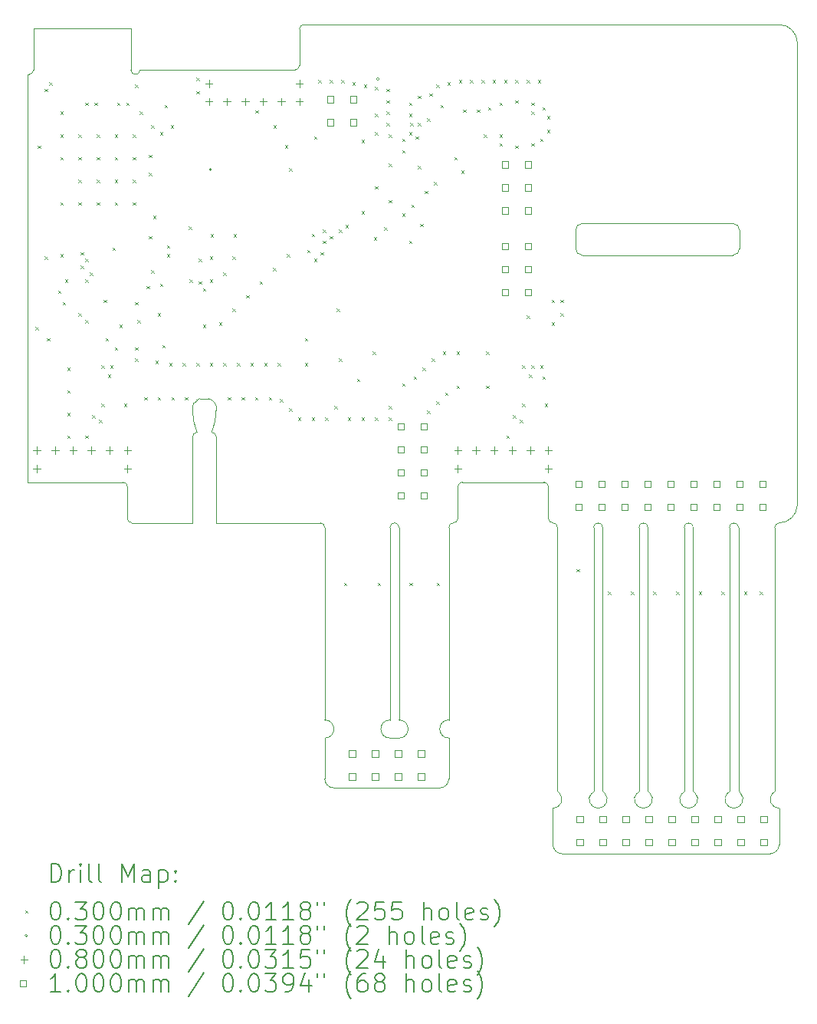
<source format=gbr>
%TF.GenerationSoftware,KiCad,Pcbnew,8.0.2*%
%TF.CreationDate,2024-05-28T21:16:52+01:00*%
%TF.ProjectId,RMC,524d432e-6b69-4636-9164-5f7063625858,rev?*%
%TF.SameCoordinates,Original*%
%TF.FileFunction,Drillmap*%
%TF.FilePolarity,Positive*%
%FSLAX45Y45*%
G04 Gerber Fmt 4.5, Leading zero omitted, Abs format (unit mm)*
G04 Created by KiCad (PCBNEW 8.0.2) date 2024-05-28 21:16:52*
%MOMM*%
%LPD*%
G01*
G04 APERTURE LIST*
%ADD10C,0.050000*%
%ADD11C,0.200000*%
%ADD12C,0.100000*%
G04 APERTURE END LIST*
D10*
X17250000Y-15550000D02*
G75*
G02*
X17350000Y-15550000I50000J0D01*
G01*
X14750000Y-15450000D02*
G75*
G02*
X14700000Y-15500000I-50000J0D01*
G01*
X14000000Y-15700000D02*
X14000000Y-15550000D01*
X15750000Y-15100000D02*
X15750000Y-15450000D01*
X16750000Y-15550000D02*
G75*
G02*
X16850000Y-15550000I50000J0D01*
G01*
X16250000Y-15550000D02*
G75*
G02*
X16350000Y-15550000I50000J0D01*
G01*
X16850000Y-15550000D02*
X16850000Y-15917500D01*
X11150000Y-15500000D02*
G75*
G02*
X11100000Y-15450000I0J50000D01*
G01*
X14750000Y-15100000D02*
G75*
G02*
X14800000Y-15050000I50000J0D01*
G01*
X15700000Y-15050000D02*
G75*
G02*
X15750000Y-15100000I0J-50000D01*
G01*
X13000000Y-10050000D02*
G75*
G02*
X13050000Y-10000000I50000J0D01*
G01*
X16250000Y-15550000D02*
X16250000Y-15697500D01*
X11100000Y-15100000D02*
X11100000Y-15450000D01*
X14650000Y-15700000D02*
X14650000Y-15550000D01*
X10011498Y-10550000D02*
X10000000Y-10550000D01*
X11150000Y-15500000D02*
X11820000Y-15500000D01*
X14000000Y-15550000D02*
G75*
G02*
X14100000Y-15550000I50000J0D01*
G01*
X14750000Y-15100000D02*
X14750000Y-15450000D01*
X18500000Y-10200000D02*
X18500000Y-15300000D01*
X15850000Y-15550000D02*
X15850000Y-15697500D01*
X11700000Y-10500000D02*
X11238502Y-10500000D01*
X17250000Y-15550000D02*
X17250000Y-15917500D01*
X15800000Y-15500000D02*
G75*
G02*
X15850000Y-15550000I0J-50000D01*
G01*
X18300000Y-10000000D02*
G75*
G02*
X18500000Y-10200000I0J-200000D01*
G01*
X13230000Y-15500000D02*
G75*
G02*
X13280000Y-15550000I0J-50000D01*
G01*
X17850000Y-15550000D02*
X17850000Y-15917500D01*
X14100000Y-15700000D02*
X14100000Y-15550000D01*
X12050000Y-10500000D02*
X11700000Y-10500000D01*
X10061498Y-10500000D02*
G75*
G02*
X10011498Y-10549998I-49998J0D01*
G01*
X13230000Y-15500000D02*
X12080000Y-15500000D01*
X16350000Y-15550000D02*
X16350000Y-15917500D01*
X11050000Y-15050000D02*
G75*
G02*
X11100000Y-15100000I0J-50000D01*
G01*
X18500000Y-15300000D02*
G75*
G02*
X18300000Y-15500000I-200000J0D01*
G01*
X10000000Y-15050000D02*
X10000000Y-10550000D01*
X17350000Y-15550000D02*
X17350000Y-15917500D01*
X17750000Y-15550000D02*
G75*
G02*
X17850000Y-15550000I50000J0D01*
G01*
X18200000Y-19150000D02*
X15900000Y-19150000D01*
X14650000Y-15550000D02*
G75*
G02*
X14700000Y-15500000I50000J0D01*
G01*
X18250000Y-15550000D02*
X18250000Y-15917500D01*
X11238502Y-10500000D02*
G75*
G02*
X11138502Y-10500000I-50000J0D01*
G01*
X13000000Y-10450000D02*
X13000000Y-10050000D01*
X13280000Y-15700000D02*
X13280000Y-15550000D01*
X15800000Y-15500000D02*
G75*
G02*
X15750000Y-15450000I0J50000D01*
G01*
X17750000Y-15550000D02*
X17750000Y-15917500D01*
X16750000Y-15550000D02*
X16750000Y-15917500D01*
X18250000Y-15550000D02*
G75*
G02*
X18300000Y-15500000I50000J0D01*
G01*
X10150000Y-15050000D02*
X10000000Y-15050000D01*
X13050000Y-10000000D02*
X18300000Y-10000000D01*
X13000000Y-10450000D02*
G75*
G02*
X12950000Y-10500000I-50000J0D01*
G01*
X15800000Y-19050000D02*
X15800000Y-18650000D01*
X15850000Y-15930000D02*
X15850000Y-15697500D01*
X15850000Y-18457500D02*
X15850000Y-15930000D01*
X15870711Y-18479289D02*
X15850000Y-18457500D01*
X16250000Y-15930000D02*
X16250000Y-15697500D01*
X16250000Y-15930000D02*
X16250000Y-18457500D01*
X16250000Y-18457500D02*
X16229289Y-18479289D01*
X16350000Y-16150000D02*
X16350000Y-15917500D01*
X16350000Y-18457500D02*
X16350000Y-16150000D01*
X16370711Y-18479289D02*
X16350000Y-18457500D01*
X16750000Y-16150000D02*
X16750000Y-15917500D01*
X16750000Y-16150000D02*
X16750000Y-18457500D01*
X16750000Y-18457500D02*
X16729289Y-18479289D01*
X16850000Y-16150000D02*
X16850000Y-15917500D01*
X16850000Y-18457500D02*
X16850000Y-16150000D01*
X16870711Y-18479289D02*
X16850000Y-18457500D01*
X17250000Y-16150000D02*
X17250000Y-15917500D01*
X17250000Y-16150000D02*
X17250000Y-18457500D01*
X17250000Y-18457500D02*
X17229289Y-18479289D01*
X17350000Y-16150000D02*
X17350000Y-15917500D01*
X17350000Y-18457500D02*
X17350000Y-16150000D01*
X17370711Y-18479289D02*
X17350000Y-18457500D01*
X17750000Y-16150000D02*
X17750000Y-15917500D01*
X17750000Y-16150000D02*
X17750000Y-18457500D01*
X17750000Y-18457500D02*
X17729289Y-18479289D01*
X17850000Y-16150000D02*
X17850000Y-15917500D01*
X17850000Y-18457500D02*
X17850000Y-16150000D01*
X17870711Y-18479289D02*
X17850000Y-18457500D01*
X18250000Y-16150000D02*
X18250000Y-15917500D01*
X18250000Y-16150000D02*
X18250000Y-18457500D01*
X18250000Y-18457500D02*
X18229289Y-18479289D01*
X18300000Y-19050000D02*
X18300000Y-18650000D01*
X15870711Y-18479289D02*
G75*
G02*
X15800000Y-18650000I-70711J-70711D01*
G01*
X15900000Y-19150000D02*
G75*
G02*
X15800000Y-19050000I0J100000D01*
G01*
X16300000Y-18650000D02*
G75*
G02*
X16229289Y-18479289I0J100000D01*
G01*
X16370711Y-18479289D02*
G75*
G02*
X16300000Y-18650000I-70711J-70711D01*
G01*
X16800000Y-18650000D02*
G75*
G02*
X16729289Y-18479289I0J100000D01*
G01*
X16870711Y-18479289D02*
G75*
G02*
X16800000Y-18650000I-70711J-70711D01*
G01*
X17300000Y-18650000D02*
G75*
G02*
X17229289Y-18479289I0J100000D01*
G01*
X17370711Y-18479289D02*
G75*
G02*
X17300000Y-18650000I-70711J-70711D01*
G01*
X17800000Y-18650000D02*
G75*
G02*
X17729289Y-18479289I0J100000D01*
G01*
X17870711Y-18479289D02*
G75*
G02*
X17800000Y-18650000I-70711J-70711D01*
G01*
X18300000Y-18650000D02*
G75*
G02*
X18229289Y-18479289I0J100000D01*
G01*
X18300000Y-19050000D02*
G75*
G02*
X18200000Y-19150000I-100000J0D01*
G01*
X14800000Y-15050000D02*
X15700000Y-15050000D01*
X12950000Y-10500000D02*
X12050000Y-10500000D01*
X10150000Y-15050000D02*
X11050000Y-15050000D01*
X11820000Y-14260000D02*
X11820000Y-14210000D01*
X11820000Y-14550000D02*
X11820000Y-15500000D01*
X11834645Y-14174645D02*
X11864645Y-14144645D01*
X12000000Y-14130000D02*
X11900000Y-14130000D01*
X12035355Y-14144645D02*
X12065355Y-14174645D01*
X12080000Y-14260000D02*
X12080000Y-14210000D01*
X12080000Y-14550000D02*
X12080000Y-15500000D01*
X11820000Y-14210000D02*
G75*
G02*
X11834645Y-14174645I49999J0D01*
G01*
X11820000Y-14550000D02*
G75*
G02*
X11870076Y-14500000I50000J0D01*
G01*
X11864645Y-14144645D02*
G75*
G02*
X11900000Y-14130000I35356J-35356D01*
G01*
X11870076Y-14499967D02*
G75*
G02*
X11820000Y-14260000I549924J239967D01*
G01*
X12000000Y-14130000D02*
G75*
G02*
X12035355Y-14144645I0J-50000D01*
G01*
X12029924Y-14500000D02*
G75*
G02*
X12080000Y-14550000I76J-50000D01*
G01*
X12065355Y-14174645D02*
G75*
G02*
X12080000Y-14210000I-35355J-35355D01*
G01*
X12080000Y-14260000D02*
G75*
G02*
X12029924Y-14499967I-600000J0D01*
G01*
X16050000Y-12270000D02*
X16050000Y-12470000D01*
X16125000Y-12545000D02*
X17787500Y-12545000D01*
X17787500Y-12195000D02*
X16125000Y-12195000D01*
X17862500Y-12470000D02*
X17862500Y-12270000D01*
X16050000Y-12270000D02*
G75*
G02*
X16125000Y-12195000I75000J0D01*
G01*
X16125000Y-12545000D02*
G75*
G02*
X16050000Y-12470000I0J75000D01*
G01*
X17787500Y-12195000D02*
G75*
G02*
X17862500Y-12270000I0J-75000D01*
G01*
X17862500Y-12470000D02*
G75*
G02*
X17787500Y-12545000I-75000J0D01*
G01*
X10061502Y-10038950D02*
X10061502Y-10500000D01*
X10061502Y-10038950D02*
X11138502Y-10038950D01*
X11138502Y-10038950D02*
X11138502Y-10500000D01*
X13280000Y-17675000D02*
X13280000Y-15700000D01*
X13280000Y-18325000D02*
X13280000Y-17875000D01*
X13380000Y-18425000D02*
X14550000Y-18425000D01*
X14000000Y-17675000D02*
X14000000Y-15700000D01*
X14000000Y-17875000D02*
X14100000Y-17875000D01*
X14100000Y-17675000D02*
X14100000Y-15700000D01*
X14650000Y-17675000D02*
X14650000Y-15700000D01*
X14650000Y-18325000D02*
X14650000Y-17875000D01*
X13280000Y-17675000D02*
G75*
G02*
X13280000Y-17875000I0J-100000D01*
G01*
X13380000Y-18425000D02*
G75*
G02*
X13280000Y-18325000I0J100000D01*
G01*
X14000000Y-17875000D02*
G75*
G02*
X14000000Y-17675000I0J100000D01*
G01*
X14100000Y-17675000D02*
G75*
G02*
X14100000Y-17875000I0J-100000D01*
G01*
X14650000Y-17875000D02*
G75*
G02*
X14650000Y-17675000I0J100000D01*
G01*
X14650000Y-18325000D02*
G75*
G02*
X14550000Y-18425000I-100000J0D01*
G01*
D11*
D12*
X10085000Y-13335000D02*
X10115000Y-13365000D01*
X10115000Y-13335000D02*
X10085000Y-13365000D01*
X10110000Y-11335000D02*
X10140000Y-11365000D01*
X10140000Y-11335000D02*
X10110000Y-11365000D01*
X10185000Y-10710000D02*
X10215000Y-10740000D01*
X10215000Y-10710000D02*
X10185000Y-10740000D01*
X10185000Y-12560000D02*
X10215000Y-12590000D01*
X10215000Y-12560000D02*
X10185000Y-12590000D01*
X10210000Y-13460000D02*
X10240000Y-13490000D01*
X10240000Y-13460000D02*
X10210000Y-13490000D01*
X10235000Y-10635000D02*
X10265000Y-10665000D01*
X10265000Y-10635000D02*
X10235000Y-10665000D01*
X10335000Y-12935000D02*
X10365000Y-12965000D01*
X10365000Y-12935000D02*
X10335000Y-12965000D01*
X10360000Y-10960000D02*
X10390000Y-10990000D01*
X10390000Y-10960000D02*
X10360000Y-10990000D01*
X10360000Y-11210000D02*
X10390000Y-11240000D01*
X10390000Y-11210000D02*
X10360000Y-11240000D01*
X10360000Y-11460000D02*
X10390000Y-11490000D01*
X10390000Y-11460000D02*
X10360000Y-11490000D01*
X10360000Y-11960000D02*
X10390000Y-11990000D01*
X10390000Y-11960000D02*
X10360000Y-11990000D01*
X10360000Y-12535000D02*
X10390000Y-12565000D01*
X10390000Y-12535000D02*
X10360000Y-12565000D01*
X10385000Y-13060000D02*
X10415000Y-13090000D01*
X10415000Y-13060000D02*
X10385000Y-13090000D01*
X10410000Y-12810000D02*
X10440000Y-12840000D01*
X10440000Y-12810000D02*
X10410000Y-12840000D01*
X10435000Y-13785000D02*
X10465000Y-13815000D01*
X10465000Y-13785000D02*
X10435000Y-13815000D01*
X10435000Y-14035000D02*
X10465000Y-14065000D01*
X10465000Y-14035000D02*
X10435000Y-14065000D01*
X10435000Y-14285000D02*
X10465000Y-14315000D01*
X10465000Y-14285000D02*
X10435000Y-14315000D01*
X10435000Y-14535000D02*
X10465000Y-14565000D01*
X10465000Y-14535000D02*
X10435000Y-14565000D01*
X10560000Y-11210000D02*
X10590000Y-11240000D01*
X10590000Y-11210000D02*
X10560000Y-11240000D01*
X10560000Y-11460000D02*
X10590000Y-11490000D01*
X10590000Y-11460000D02*
X10560000Y-11490000D01*
X10560000Y-11710000D02*
X10590000Y-11740000D01*
X10590000Y-11710000D02*
X10560000Y-11740000D01*
X10560000Y-11960000D02*
X10590000Y-11990000D01*
X10590000Y-11960000D02*
X10560000Y-11990000D01*
X10560000Y-13185000D02*
X10590000Y-13215000D01*
X10590000Y-13185000D02*
X10560000Y-13215000D01*
X10585000Y-12510000D02*
X10615000Y-12540000D01*
X10615000Y-12510000D02*
X10585000Y-12540000D01*
X10585000Y-12660000D02*
X10615000Y-12690000D01*
X10615000Y-12660000D02*
X10585000Y-12690000D01*
X10635000Y-10860000D02*
X10665000Y-10890000D01*
X10665000Y-10860000D02*
X10635000Y-10890000D01*
X10635000Y-12585000D02*
X10665000Y-12615000D01*
X10665000Y-12585000D02*
X10635000Y-12615000D01*
X10635000Y-12810000D02*
X10665000Y-12840000D01*
X10665000Y-12810000D02*
X10635000Y-12840000D01*
X10635000Y-13260000D02*
X10665000Y-13290000D01*
X10665000Y-13260000D02*
X10635000Y-13290000D01*
X10635000Y-14535000D02*
X10665000Y-14565000D01*
X10665000Y-14535000D02*
X10635000Y-14565000D01*
X10685052Y-12734841D02*
X10715052Y-12764841D01*
X10715052Y-12734841D02*
X10685052Y-12764841D01*
X10710000Y-14310000D02*
X10740000Y-14340000D01*
X10740000Y-14310000D02*
X10710000Y-14340000D01*
X10735000Y-10860000D02*
X10765000Y-10890000D01*
X10765000Y-10860000D02*
X10735000Y-10890000D01*
X10760000Y-11210000D02*
X10790000Y-11240000D01*
X10790000Y-11210000D02*
X10760000Y-11240000D01*
X10760000Y-11460000D02*
X10790000Y-11490000D01*
X10790000Y-11460000D02*
X10760000Y-11490000D01*
X10760000Y-11710000D02*
X10790000Y-11740000D01*
X10790000Y-11710000D02*
X10760000Y-11740000D01*
X10760000Y-11960000D02*
X10790000Y-11990000D01*
X10790000Y-11960000D02*
X10760000Y-11990000D01*
X10785000Y-14360000D02*
X10815000Y-14390000D01*
X10815000Y-14360000D02*
X10785000Y-14390000D01*
X10810000Y-13760000D02*
X10840000Y-13790000D01*
X10840000Y-13760000D02*
X10810000Y-13790000D01*
X10810000Y-14185000D02*
X10840000Y-14215000D01*
X10840000Y-14185000D02*
X10810000Y-14215000D01*
X10835000Y-13035000D02*
X10865000Y-13065000D01*
X10865000Y-13035000D02*
X10835000Y-13065000D01*
X10860000Y-13460000D02*
X10890000Y-13490000D01*
X10890000Y-13460000D02*
X10860000Y-13490000D01*
X10885000Y-13860000D02*
X10915000Y-13890000D01*
X10915000Y-13860000D02*
X10885000Y-13890000D01*
X10910000Y-13760000D02*
X10940000Y-13790000D01*
X10940000Y-13760000D02*
X10910000Y-13790000D01*
X10935000Y-12460000D02*
X10965000Y-12490000D01*
X10965000Y-12460000D02*
X10935000Y-12490000D01*
X10960000Y-11210000D02*
X10990000Y-11240000D01*
X10990000Y-11210000D02*
X10960000Y-11240000D01*
X10960000Y-11460000D02*
X10990000Y-11490000D01*
X10990000Y-11460000D02*
X10960000Y-11490000D01*
X10960000Y-11710000D02*
X10990000Y-11740000D01*
X10990000Y-11710000D02*
X10960000Y-11740000D01*
X10960000Y-11960000D02*
X10990000Y-11990000D01*
X10990000Y-11960000D02*
X10960000Y-11990000D01*
X10960000Y-13560000D02*
X10990000Y-13590000D01*
X10990000Y-13560000D02*
X10960000Y-13590000D01*
X10985000Y-10860000D02*
X11015000Y-10890000D01*
X11015000Y-10860000D02*
X10985000Y-10890000D01*
X11010000Y-13310000D02*
X11040000Y-13340000D01*
X11040000Y-13310000D02*
X11010000Y-13340000D01*
X11060000Y-14185000D02*
X11090000Y-14215000D01*
X11090000Y-14185000D02*
X11060000Y-14215000D01*
X11085000Y-10860000D02*
X11115000Y-10890000D01*
X11115000Y-10860000D02*
X11085000Y-10890000D01*
X11160000Y-11210000D02*
X11190000Y-11240000D01*
X11190000Y-11210000D02*
X11160000Y-11240000D01*
X11160000Y-11460000D02*
X11190000Y-11490000D01*
X11190000Y-11460000D02*
X11160000Y-11490000D01*
X11160000Y-11710000D02*
X11190000Y-11740000D01*
X11190000Y-11710000D02*
X11160000Y-11740000D01*
X11160000Y-11960000D02*
X11190000Y-11990000D01*
X11190000Y-11960000D02*
X11160000Y-11990000D01*
X11185000Y-10660000D02*
X11215000Y-10690000D01*
X11215000Y-10660000D02*
X11185000Y-10690000D01*
X11185000Y-13060000D02*
X11215000Y-13090000D01*
X11215000Y-13060000D02*
X11185000Y-13090000D01*
X11185000Y-13560000D02*
X11215000Y-13590000D01*
X11215000Y-13560000D02*
X11185000Y-13590000D01*
X11185000Y-13685000D02*
X11215000Y-13715000D01*
X11215000Y-13685000D02*
X11185000Y-13715000D01*
X11210000Y-13260000D02*
X11240000Y-13290000D01*
X11240000Y-13260000D02*
X11210000Y-13290000D01*
X11235000Y-10960000D02*
X11265000Y-10990000D01*
X11265000Y-10960000D02*
X11235000Y-10990000D01*
X11285000Y-14110000D02*
X11315000Y-14140000D01*
X11315000Y-14110000D02*
X11285000Y-14140000D01*
X11310000Y-12885000D02*
X11340000Y-12915000D01*
X11340000Y-12885000D02*
X11310000Y-12915000D01*
X11335000Y-11435000D02*
X11365000Y-11465000D01*
X11365000Y-11435000D02*
X11335000Y-11465000D01*
X11335000Y-11635000D02*
X11365000Y-11665000D01*
X11365000Y-11635000D02*
X11335000Y-11665000D01*
X11335000Y-12335000D02*
X11365000Y-12365000D01*
X11365000Y-12335000D02*
X11335000Y-12365000D01*
X11360000Y-12710000D02*
X11390000Y-12740000D01*
X11390000Y-12710000D02*
X11360000Y-12740000D01*
X11361069Y-11111069D02*
X11391069Y-11141069D01*
X11391069Y-11111069D02*
X11361069Y-11141069D01*
X11385000Y-12110000D02*
X11415000Y-12140000D01*
X11415000Y-12110000D02*
X11385000Y-12140000D01*
X11410000Y-13710000D02*
X11440000Y-13740000D01*
X11440000Y-13710000D02*
X11410000Y-13740000D01*
X11435000Y-13185000D02*
X11465000Y-13215000D01*
X11465000Y-13185000D02*
X11435000Y-13215000D01*
X11435000Y-14110000D02*
X11465000Y-14140000D01*
X11465000Y-14110000D02*
X11435000Y-14140000D01*
X11460000Y-11185000D02*
X11490000Y-11215000D01*
X11490000Y-11185000D02*
X11460000Y-11215000D01*
X11460000Y-12860000D02*
X11490000Y-12890000D01*
X11490000Y-12860000D02*
X11460000Y-12890000D01*
X11485000Y-13535000D02*
X11515000Y-13565000D01*
X11515000Y-13535000D02*
X11485000Y-13565000D01*
X11510000Y-10885000D02*
X11540000Y-10915000D01*
X11540000Y-10885000D02*
X11510000Y-10915000D01*
X11535000Y-12435000D02*
X11565000Y-12465000D01*
X11565000Y-12435000D02*
X11535000Y-12465000D01*
X11535000Y-12535000D02*
X11565000Y-12565000D01*
X11565000Y-12535000D02*
X11535000Y-12565000D01*
X11560000Y-13735000D02*
X11590000Y-13765000D01*
X11590000Y-13735000D02*
X11560000Y-13765000D01*
X11578127Y-11109337D02*
X11608127Y-11139337D01*
X11608127Y-11109337D02*
X11578127Y-11139337D01*
X11585000Y-14110000D02*
X11615000Y-14140000D01*
X11615000Y-14110000D02*
X11585000Y-14140000D01*
X11710000Y-13735000D02*
X11740000Y-13765000D01*
X11740000Y-13735000D02*
X11710000Y-13765000D01*
X11735000Y-14110000D02*
X11765000Y-14140000D01*
X11765000Y-14110000D02*
X11735000Y-14140000D01*
X11775000Y-12225859D02*
X11805000Y-12255859D01*
X11805000Y-12225859D02*
X11775000Y-12255859D01*
X11785000Y-12810000D02*
X11815000Y-12840000D01*
X11815000Y-12810000D02*
X11785000Y-12840000D01*
X11860000Y-10585000D02*
X11890000Y-10615000D01*
X11890000Y-10585000D02*
X11860000Y-10615000D01*
X11860000Y-10735000D02*
X11890000Y-10765000D01*
X11890000Y-10735000D02*
X11860000Y-10765000D01*
X11860000Y-13735000D02*
X11890000Y-13765000D01*
X11890000Y-13735000D02*
X11860000Y-13765000D01*
X11885000Y-12585000D02*
X11915000Y-12615000D01*
X11915000Y-12585000D02*
X11885000Y-12615000D01*
X11885000Y-12835000D02*
X11915000Y-12865000D01*
X11915000Y-12835000D02*
X11885000Y-12865000D01*
X11935000Y-12910000D02*
X11965000Y-12940000D01*
X11965000Y-12910000D02*
X11935000Y-12940000D01*
X11935000Y-13310000D02*
X11965000Y-13340000D01*
X11965000Y-13310000D02*
X11935000Y-13340000D01*
X12010000Y-12560000D02*
X12040000Y-12590000D01*
X12040000Y-12560000D02*
X12010000Y-12590000D01*
X12010000Y-12810000D02*
X12040000Y-12840000D01*
X12040000Y-12810000D02*
X12010000Y-12840000D01*
X12010000Y-13735000D02*
X12040000Y-13765000D01*
X12040000Y-13735000D02*
X12010000Y-13765000D01*
X12016500Y-12313758D02*
X12046500Y-12343758D01*
X12046500Y-12313758D02*
X12016500Y-12343758D01*
X12110000Y-13285000D02*
X12140000Y-13315000D01*
X12140000Y-13285000D02*
X12110000Y-13315000D01*
X12160000Y-12735000D02*
X12190000Y-12765000D01*
X12190000Y-12735000D02*
X12160000Y-12765000D01*
X12160000Y-13735000D02*
X12190000Y-13765000D01*
X12190000Y-13735000D02*
X12160000Y-13765000D01*
X12210000Y-14110000D02*
X12240000Y-14140000D01*
X12240000Y-14110000D02*
X12210000Y-14140000D01*
X12260000Y-12560000D02*
X12290000Y-12590000D01*
X12290000Y-12560000D02*
X12260000Y-12590000D01*
X12260000Y-13135000D02*
X12290000Y-13165000D01*
X12290000Y-13135000D02*
X12260000Y-13165000D01*
X12273500Y-12313758D02*
X12303500Y-12343758D01*
X12303500Y-12313758D02*
X12273500Y-12343758D01*
X12310000Y-13735000D02*
X12340000Y-13765000D01*
X12340000Y-13735000D02*
X12310000Y-13765000D01*
X12360000Y-14110000D02*
X12390000Y-14140000D01*
X12390000Y-14110000D02*
X12360000Y-14140000D01*
X12410000Y-12985000D02*
X12440000Y-13015000D01*
X12440000Y-12985000D02*
X12410000Y-13015000D01*
X12460000Y-13735000D02*
X12490000Y-13765000D01*
X12490000Y-13735000D02*
X12460000Y-13765000D01*
X12510000Y-14110000D02*
X12540000Y-14140000D01*
X12540000Y-14110000D02*
X12510000Y-14140000D01*
X12515000Y-10944141D02*
X12545000Y-10974141D01*
X12545000Y-10944141D02*
X12515000Y-10974141D01*
X12560000Y-12835000D02*
X12590000Y-12865000D01*
X12590000Y-12835000D02*
X12560000Y-12865000D01*
X12610000Y-13735000D02*
X12640000Y-13765000D01*
X12640000Y-13735000D02*
X12610000Y-13765000D01*
X12660000Y-14110000D02*
X12690000Y-14140000D01*
X12690000Y-14110000D02*
X12660000Y-14140000D01*
X12710000Y-12685000D02*
X12740000Y-12715000D01*
X12740000Y-12685000D02*
X12710000Y-12715000D01*
X12711873Y-11109337D02*
X12741873Y-11139337D01*
X12741873Y-11109337D02*
X12711873Y-11139337D01*
X12760000Y-13735000D02*
X12790000Y-13765000D01*
X12790000Y-13735000D02*
X12760000Y-13765000D01*
X12785000Y-14135000D02*
X12815000Y-14165000D01*
X12815000Y-14135000D02*
X12785000Y-14165000D01*
X12840372Y-11331905D02*
X12870372Y-11361905D01*
X12870372Y-11331905D02*
X12840372Y-11361905D01*
X12860000Y-12535000D02*
X12890000Y-12565000D01*
X12890000Y-12535000D02*
X12860000Y-12565000D01*
X12885000Y-11585000D02*
X12915000Y-11615000D01*
X12915000Y-11585000D02*
X12885000Y-11615000D01*
X12885000Y-14235000D02*
X12915000Y-14265000D01*
X12915000Y-14235000D02*
X12885000Y-14265000D01*
X12985000Y-14335000D02*
X13015000Y-14365000D01*
X13015000Y-14335000D02*
X12985000Y-14365000D01*
X13060000Y-13460000D02*
X13090000Y-13490000D01*
X13090000Y-13460000D02*
X13060000Y-13490000D01*
X13060000Y-13735000D02*
X13090000Y-13765000D01*
X13090000Y-13735000D02*
X13060000Y-13765000D01*
X13085000Y-12485000D02*
X13115000Y-12515000D01*
X13115000Y-12485000D02*
X13085000Y-12515000D01*
X13135000Y-12310000D02*
X13165000Y-12340000D01*
X13165000Y-12310000D02*
X13135000Y-12340000D01*
X13135000Y-14335000D02*
X13165000Y-14365000D01*
X13165000Y-14335000D02*
X13135000Y-14365000D01*
X13160000Y-11235000D02*
X13190000Y-11265000D01*
X13190000Y-11235000D02*
X13160000Y-11265000D01*
X13160000Y-12585000D02*
X13190000Y-12615000D01*
X13190000Y-12585000D02*
X13160000Y-12615000D01*
X13210000Y-10610000D02*
X13240000Y-10640000D01*
X13240000Y-10610000D02*
X13210000Y-10640000D01*
X13235000Y-12510000D02*
X13265000Y-12540000D01*
X13265000Y-12510000D02*
X13235000Y-12540000D01*
X13260000Y-12260000D02*
X13290000Y-12290000D01*
X13290000Y-12260000D02*
X13260000Y-12290000D01*
X13260000Y-12385000D02*
X13290000Y-12415000D01*
X13290000Y-12385000D02*
X13260000Y-12415000D01*
X13285000Y-14335000D02*
X13315000Y-14365000D01*
X13315000Y-14335000D02*
X13285000Y-14365000D01*
X13335000Y-10610000D02*
X13365000Y-10640000D01*
X13365000Y-10610000D02*
X13335000Y-10640000D01*
X13335000Y-12335000D02*
X13365000Y-12365000D01*
X13365000Y-12335000D02*
X13335000Y-12365000D01*
X13385000Y-14210000D02*
X13415000Y-14240000D01*
X13415000Y-14210000D02*
X13385000Y-14240000D01*
X13410000Y-13135000D02*
X13440000Y-13165000D01*
X13440000Y-13135000D02*
X13410000Y-13165000D01*
X13435000Y-12260000D02*
X13465000Y-12290000D01*
X13465000Y-12260000D02*
X13435000Y-12290000D01*
X13435000Y-13685000D02*
X13465000Y-13715000D01*
X13465000Y-13685000D02*
X13435000Y-13715000D01*
X13460000Y-10610000D02*
X13490000Y-10640000D01*
X13490000Y-10610000D02*
X13460000Y-10640000D01*
X13490000Y-16160000D02*
X13520000Y-16190000D01*
X13520000Y-16160000D02*
X13490000Y-16190000D01*
X13510000Y-12210000D02*
X13540000Y-12240000D01*
X13540000Y-12210000D02*
X13510000Y-12240000D01*
X13535000Y-14335000D02*
X13565000Y-14365000D01*
X13565000Y-14335000D02*
X13535000Y-14365000D01*
X13585000Y-10635000D02*
X13615000Y-10665000D01*
X13615000Y-10635000D02*
X13585000Y-10665000D01*
X13635000Y-13910000D02*
X13665000Y-13940000D01*
X13665000Y-13910000D02*
X13635000Y-13940000D01*
X13685000Y-11270646D02*
X13715000Y-11300646D01*
X13715000Y-11270646D02*
X13685000Y-11300646D01*
X13685000Y-12060000D02*
X13715000Y-12090000D01*
X13715000Y-12060000D02*
X13685000Y-12090000D01*
X13685000Y-14335000D02*
X13715000Y-14365000D01*
X13715000Y-14335000D02*
X13685000Y-14365000D01*
X13710000Y-10660000D02*
X13740000Y-10690000D01*
X13740000Y-10660000D02*
X13710000Y-10690000D01*
X13810000Y-13610000D02*
X13840000Y-13640000D01*
X13840000Y-13610000D02*
X13810000Y-13640000D01*
X13822100Y-12347900D02*
X13852100Y-12377900D01*
X13852100Y-12347900D02*
X13822100Y-12377900D01*
X13835000Y-10685000D02*
X13865000Y-10715000D01*
X13865000Y-10685000D02*
X13835000Y-10715000D01*
X13835000Y-10985000D02*
X13865000Y-11015000D01*
X13865000Y-10985000D02*
X13835000Y-11015000D01*
X13835000Y-11185000D02*
X13865000Y-11215000D01*
X13865000Y-11185000D02*
X13835000Y-11215000D01*
X13835000Y-11785000D02*
X13865000Y-11815000D01*
X13865000Y-11785000D02*
X13835000Y-11815000D01*
X13835000Y-14335000D02*
X13865000Y-14365000D01*
X13865000Y-14335000D02*
X13835000Y-14365000D01*
X13865000Y-16160000D02*
X13895000Y-16190000D01*
X13895000Y-16160000D02*
X13865000Y-16190000D01*
X13935000Y-12235000D02*
X13965000Y-12265000D01*
X13965000Y-12235000D02*
X13935000Y-12265000D01*
X13960000Y-10710000D02*
X13990000Y-10740000D01*
X13990000Y-10710000D02*
X13960000Y-10740000D01*
X13960000Y-10835000D02*
X13990000Y-10865000D01*
X13990000Y-10835000D02*
X13960000Y-10865000D01*
X13960000Y-10960000D02*
X13990000Y-10990000D01*
X13990000Y-10960000D02*
X13960000Y-10990000D01*
X13960000Y-11085000D02*
X13990000Y-11115000D01*
X13990000Y-11085000D02*
X13960000Y-11115000D01*
X13985000Y-11210000D02*
X14015000Y-11240000D01*
X14015000Y-11210000D02*
X13985000Y-11240000D01*
X13985000Y-11535000D02*
X14015000Y-11565000D01*
X14015000Y-11535000D02*
X13985000Y-11565000D01*
X13985000Y-11935000D02*
X14015000Y-11965000D01*
X14015000Y-11935000D02*
X13985000Y-11965000D01*
X13985000Y-14210000D02*
X14015000Y-14240000D01*
X14015000Y-14210000D02*
X13985000Y-14240000D01*
X13985000Y-14335000D02*
X14015000Y-14365000D01*
X14015000Y-14335000D02*
X13985000Y-14365000D01*
X14135000Y-11260000D02*
X14165000Y-11290000D01*
X14165000Y-11260000D02*
X14135000Y-11290000D01*
X14135000Y-11385000D02*
X14165000Y-11415000D01*
X14165000Y-11385000D02*
X14135000Y-11415000D01*
X14135000Y-12085000D02*
X14165000Y-12115000D01*
X14165000Y-12085000D02*
X14135000Y-12115000D01*
X14135000Y-13960000D02*
X14165000Y-13990000D01*
X14165000Y-13960000D02*
X14135000Y-13990000D01*
X14210000Y-10860000D02*
X14240000Y-10890000D01*
X14240000Y-10860000D02*
X14210000Y-10890000D01*
X14210000Y-10985000D02*
X14240000Y-11015000D01*
X14240000Y-10985000D02*
X14210000Y-11015000D01*
X14210000Y-11185000D02*
X14240000Y-11215000D01*
X14240000Y-11185000D02*
X14210000Y-11215000D01*
X14210000Y-12385000D02*
X14240000Y-12415000D01*
X14240000Y-12385000D02*
X14210000Y-12415000D01*
X14215000Y-16160000D02*
X14245000Y-16190000D01*
X14245000Y-16160000D02*
X14215000Y-16190000D01*
X14223100Y-11085000D02*
X14253100Y-11115000D01*
X14253100Y-11085000D02*
X14223100Y-11115000D01*
X14235000Y-11985000D02*
X14265000Y-12015000D01*
X14265000Y-11985000D02*
X14235000Y-12015000D01*
X14260000Y-13885000D02*
X14290000Y-13915000D01*
X14290000Y-13885000D02*
X14260000Y-13915000D01*
X14285000Y-11235000D02*
X14315000Y-11265000D01*
X14315000Y-11235000D02*
X14285000Y-11265000D01*
X14310000Y-10785000D02*
X14340000Y-10815000D01*
X14340000Y-10785000D02*
X14310000Y-10815000D01*
X14310000Y-11085000D02*
X14340000Y-11115000D01*
X14340000Y-11085000D02*
X14310000Y-11115000D01*
X14310000Y-11560000D02*
X14340000Y-11590000D01*
X14340000Y-11560000D02*
X14310000Y-11590000D01*
X14335000Y-12197500D02*
X14365000Y-12227500D01*
X14365000Y-12197500D02*
X14335000Y-12227500D01*
X14360000Y-13785000D02*
X14390000Y-13815000D01*
X14390000Y-13785000D02*
X14360000Y-13815000D01*
X14385000Y-11835000D02*
X14415000Y-11865000D01*
X14415000Y-11835000D02*
X14385000Y-11865000D01*
X14410000Y-11035000D02*
X14440000Y-11065000D01*
X14440000Y-11035000D02*
X14410000Y-11065000D01*
X14410000Y-14260000D02*
X14440000Y-14290000D01*
X14440000Y-14260000D02*
X14410000Y-14290000D01*
X14435000Y-10760000D02*
X14465000Y-10790000D01*
X14465000Y-10760000D02*
X14435000Y-10790000D01*
X14460000Y-13685000D02*
X14490000Y-13715000D01*
X14490000Y-13685000D02*
X14460000Y-13715000D01*
X14485000Y-11735000D02*
X14515000Y-11765000D01*
X14515000Y-11735000D02*
X14485000Y-11765000D01*
X14510000Y-10660000D02*
X14540000Y-10690000D01*
X14540000Y-10660000D02*
X14510000Y-10690000D01*
X14510000Y-14160000D02*
X14540000Y-14190000D01*
X14540000Y-14160000D02*
X14510000Y-14190000D01*
X14515000Y-16160000D02*
X14545000Y-16190000D01*
X14545000Y-16160000D02*
X14515000Y-16190000D01*
X14560000Y-10885000D02*
X14590000Y-10915000D01*
X14590000Y-10885000D02*
X14560000Y-10915000D01*
X14585000Y-13610000D02*
X14615000Y-13640000D01*
X14615000Y-13610000D02*
X14585000Y-13640000D01*
X14610000Y-14060000D02*
X14640000Y-14090000D01*
X14640000Y-14060000D02*
X14610000Y-14090000D01*
X14635000Y-10635000D02*
X14665000Y-10665000D01*
X14665000Y-10635000D02*
X14635000Y-10665000D01*
X14710000Y-11460000D02*
X14740000Y-11490000D01*
X14740000Y-11460000D02*
X14710000Y-11490000D01*
X14735000Y-13610000D02*
X14765000Y-13640000D01*
X14765000Y-13610000D02*
X14735000Y-13640000D01*
X14735000Y-13985000D02*
X14765000Y-14015000D01*
X14765000Y-13985000D02*
X14735000Y-14015000D01*
X14760000Y-10610000D02*
X14790000Y-10640000D01*
X14790000Y-10610000D02*
X14760000Y-10640000D01*
X14785000Y-11610000D02*
X14815000Y-11640000D01*
X14815000Y-11610000D02*
X14785000Y-11640000D01*
X14810000Y-10935000D02*
X14840000Y-10965000D01*
X14840000Y-10935000D02*
X14810000Y-10965000D01*
X14885000Y-10610000D02*
X14915000Y-10640000D01*
X14915000Y-10610000D02*
X14885000Y-10640000D01*
X14960000Y-10935000D02*
X14990000Y-10965000D01*
X14990000Y-10935000D02*
X14960000Y-10965000D01*
X15010000Y-10610000D02*
X15040000Y-10640000D01*
X15040000Y-10610000D02*
X15010000Y-10640000D01*
X15035000Y-11210000D02*
X15065000Y-11240000D01*
X15065000Y-11210000D02*
X15035000Y-11240000D01*
X15060000Y-13610000D02*
X15090000Y-13640000D01*
X15090000Y-13610000D02*
X15060000Y-13640000D01*
X15060000Y-13985000D02*
X15090000Y-14015000D01*
X15090000Y-13985000D02*
X15060000Y-14015000D01*
X15085000Y-10910000D02*
X15115000Y-10940000D01*
X15115000Y-10910000D02*
X15085000Y-10940000D01*
X15135000Y-10610000D02*
X15165000Y-10640000D01*
X15165000Y-10610000D02*
X15135000Y-10640000D01*
X15210000Y-10860000D02*
X15240000Y-10890000D01*
X15240000Y-10860000D02*
X15210000Y-10890000D01*
X15210000Y-11210000D02*
X15240000Y-11240000D01*
X15240000Y-11210000D02*
X15210000Y-11240000D01*
X15210000Y-11310000D02*
X15240000Y-11340000D01*
X15240000Y-11310000D02*
X15210000Y-11340000D01*
X15260000Y-10610000D02*
X15290000Y-10640000D01*
X15290000Y-10610000D02*
X15260000Y-10640000D01*
X15285000Y-14535000D02*
X15315000Y-14565000D01*
X15315000Y-14535000D02*
X15285000Y-14565000D01*
X15360000Y-14310000D02*
X15390000Y-14340000D01*
X15390000Y-14310000D02*
X15360000Y-14340000D01*
X15385000Y-10610000D02*
X15415000Y-10640000D01*
X15415000Y-10610000D02*
X15385000Y-10640000D01*
X15385000Y-10835000D02*
X15415000Y-10865000D01*
X15415000Y-10835000D02*
X15385000Y-10865000D01*
X15385000Y-11335000D02*
X15415000Y-11365000D01*
X15415000Y-11335000D02*
X15385000Y-11365000D01*
X15435000Y-14360000D02*
X15465000Y-14390000D01*
X15465000Y-14360000D02*
X15435000Y-14390000D01*
X15460000Y-13760000D02*
X15490000Y-13790000D01*
X15490000Y-13760000D02*
X15460000Y-13790000D01*
X15460000Y-14185000D02*
X15490000Y-14215000D01*
X15490000Y-14185000D02*
X15460000Y-14215000D01*
X15510000Y-10610000D02*
X15540000Y-10640000D01*
X15540000Y-10610000D02*
X15510000Y-10640000D01*
X15510000Y-13210000D02*
X15540000Y-13240000D01*
X15540000Y-13210000D02*
X15510000Y-13240000D01*
X15535000Y-13860000D02*
X15565000Y-13890000D01*
X15565000Y-13860000D02*
X15535000Y-13890000D01*
X15560000Y-10860000D02*
X15590000Y-10890000D01*
X15590000Y-10860000D02*
X15560000Y-10890000D01*
X15560000Y-10960000D02*
X15590000Y-10990000D01*
X15590000Y-10960000D02*
X15560000Y-10990000D01*
X15560000Y-11310000D02*
X15590000Y-11340000D01*
X15590000Y-11310000D02*
X15560000Y-11340000D01*
X15560000Y-13760000D02*
X15590000Y-13790000D01*
X15590000Y-13760000D02*
X15560000Y-13790000D01*
X15635000Y-10610000D02*
X15665000Y-10640000D01*
X15665000Y-10610000D02*
X15635000Y-10640000D01*
X15660000Y-11260000D02*
X15690000Y-11290000D01*
X15690000Y-11260000D02*
X15660000Y-11290000D01*
X15660000Y-13760000D02*
X15690000Y-13790000D01*
X15690000Y-13760000D02*
X15660000Y-13790000D01*
X15685000Y-10910000D02*
X15715000Y-10940000D01*
X15715000Y-10910000D02*
X15685000Y-10940000D01*
X15685000Y-13885000D02*
X15715000Y-13915000D01*
X15715000Y-13885000D02*
X15685000Y-13915000D01*
X15710000Y-14185000D02*
X15740000Y-14215000D01*
X15740000Y-14185000D02*
X15710000Y-14215000D01*
X15735000Y-11010000D02*
X15765000Y-11040000D01*
X15765000Y-11010000D02*
X15735000Y-11040000D01*
X15735000Y-11160000D02*
X15765000Y-11190000D01*
X15765000Y-11160000D02*
X15735000Y-11190000D01*
X15785000Y-13035000D02*
X15815000Y-13065000D01*
X15815000Y-13035000D02*
X15785000Y-13065000D01*
X15785000Y-13285000D02*
X15815000Y-13315000D01*
X15815000Y-13285000D02*
X15785000Y-13315000D01*
X15885000Y-13035000D02*
X15915000Y-13065000D01*
X15915000Y-13035000D02*
X15885000Y-13065000D01*
X15885000Y-13185000D02*
X15915000Y-13215000D01*
X15915000Y-13185000D02*
X15885000Y-13215000D01*
X16060000Y-16010000D02*
X16090000Y-16040000D01*
X16090000Y-16010000D02*
X16060000Y-16040000D01*
X16410000Y-16260000D02*
X16440000Y-16290000D01*
X16440000Y-16260000D02*
X16410000Y-16290000D01*
X16660000Y-16260000D02*
X16690000Y-16290000D01*
X16690000Y-16260000D02*
X16660000Y-16290000D01*
X16910000Y-16260000D02*
X16940000Y-16290000D01*
X16940000Y-16260000D02*
X16910000Y-16290000D01*
X17160000Y-16260000D02*
X17190000Y-16290000D01*
X17190000Y-16260000D02*
X17160000Y-16290000D01*
X17410000Y-16260000D02*
X17440000Y-16290000D01*
X17440000Y-16260000D02*
X17410000Y-16290000D01*
X17660000Y-16260000D02*
X17690000Y-16290000D01*
X17690000Y-16260000D02*
X17660000Y-16290000D01*
X17910000Y-16260000D02*
X17940000Y-16290000D01*
X17940000Y-16260000D02*
X17910000Y-16290000D01*
X18085000Y-16260000D02*
X18115000Y-16290000D01*
X18115000Y-16260000D02*
X18085000Y-16290000D01*
X12030000Y-11600000D02*
G75*
G02*
X12000000Y-11600000I-15000J0D01*
G01*
X12000000Y-11600000D02*
G75*
G02*
X12030000Y-11600000I15000J0D01*
G01*
X13880000Y-10600000D02*
G75*
G02*
X13850000Y-10600000I-15000J0D01*
G01*
X13850000Y-10600000D02*
G75*
G02*
X13880000Y-10600000I15000J0D01*
G01*
X10100000Y-14660000D02*
X10100000Y-14740000D01*
X10060000Y-14700000D02*
X10140000Y-14700000D01*
X10100000Y-14860000D02*
X10100000Y-14940000D01*
X10060000Y-14900000D02*
X10140000Y-14900000D01*
X10300000Y-14660000D02*
X10300000Y-14740000D01*
X10260000Y-14700000D02*
X10340000Y-14700000D01*
X10500000Y-14660000D02*
X10500000Y-14740000D01*
X10460000Y-14700000D02*
X10540000Y-14700000D01*
X10700000Y-14660000D02*
X10700000Y-14740000D01*
X10660000Y-14700000D02*
X10740000Y-14700000D01*
X10900000Y-14660000D02*
X10900000Y-14740000D01*
X10860000Y-14700000D02*
X10940000Y-14700000D01*
X11100000Y-14660000D02*
X11100000Y-14740000D01*
X11060000Y-14700000D02*
X11140000Y-14700000D01*
X11100000Y-14860000D02*
X11100000Y-14940000D01*
X11060000Y-14900000D02*
X11140000Y-14900000D01*
X12000000Y-10610000D02*
X12000000Y-10690000D01*
X11960000Y-10650000D02*
X12040000Y-10650000D01*
X12000000Y-10810000D02*
X12000000Y-10890000D01*
X11960000Y-10850000D02*
X12040000Y-10850000D01*
X12200000Y-10810000D02*
X12200000Y-10890000D01*
X12160000Y-10850000D02*
X12240000Y-10850000D01*
X12400000Y-10810000D02*
X12400000Y-10890000D01*
X12360000Y-10850000D02*
X12440000Y-10850000D01*
X12600000Y-10810000D02*
X12600000Y-10890000D01*
X12560000Y-10850000D02*
X12640000Y-10850000D01*
X12800000Y-10810000D02*
X12800000Y-10890000D01*
X12760000Y-10850000D02*
X12840000Y-10850000D01*
X13000000Y-10610000D02*
X13000000Y-10690000D01*
X12960000Y-10650000D02*
X13040000Y-10650000D01*
X13000000Y-10810000D02*
X13000000Y-10890000D01*
X12960000Y-10850000D02*
X13040000Y-10850000D01*
X14750000Y-14660000D02*
X14750000Y-14740000D01*
X14710000Y-14700000D02*
X14790000Y-14700000D01*
X14750000Y-14860000D02*
X14750000Y-14940000D01*
X14710000Y-14900000D02*
X14790000Y-14900000D01*
X14950000Y-14660000D02*
X14950000Y-14740000D01*
X14910000Y-14700000D02*
X14990000Y-14700000D01*
X15150000Y-14660000D02*
X15150000Y-14740000D01*
X15110000Y-14700000D02*
X15190000Y-14700000D01*
X15350000Y-14660000D02*
X15350000Y-14740000D01*
X15310000Y-14700000D02*
X15390000Y-14700000D01*
X15550000Y-14660000D02*
X15550000Y-14740000D01*
X15510000Y-14700000D02*
X15590000Y-14700000D01*
X15750000Y-14660000D02*
X15750000Y-14740000D01*
X15710000Y-14700000D02*
X15790000Y-14700000D01*
X15750000Y-14860000D02*
X15750000Y-14940000D01*
X15710000Y-14900000D02*
X15790000Y-14900000D01*
X13377856Y-10858856D02*
X13377856Y-10788144D01*
X13307144Y-10788144D01*
X13307144Y-10858856D01*
X13377856Y-10858856D01*
X13377856Y-11112856D02*
X13377856Y-11042144D01*
X13307144Y-11042144D01*
X13307144Y-11112856D01*
X13377856Y-11112856D01*
X13619356Y-18083356D02*
X13619356Y-18012644D01*
X13548644Y-18012644D01*
X13548644Y-18083356D01*
X13619356Y-18083356D01*
X13619356Y-18337356D02*
X13619356Y-18266644D01*
X13548644Y-18266644D01*
X13548644Y-18337356D01*
X13619356Y-18337356D01*
X13631856Y-10858856D02*
X13631856Y-10788144D01*
X13561144Y-10788144D01*
X13561144Y-10858856D01*
X13631856Y-10858856D01*
X13631856Y-11112856D02*
X13631856Y-11042144D01*
X13561144Y-11042144D01*
X13561144Y-11112856D01*
X13631856Y-11112856D01*
X13873356Y-18083356D02*
X13873356Y-18012644D01*
X13802644Y-18012644D01*
X13802644Y-18083356D01*
X13873356Y-18083356D01*
X13873356Y-18337356D02*
X13873356Y-18266644D01*
X13802644Y-18266644D01*
X13802644Y-18337356D01*
X13873356Y-18337356D01*
X14127356Y-18083356D02*
X14127356Y-18012644D01*
X14056644Y-18012644D01*
X14056644Y-18083356D01*
X14127356Y-18083356D01*
X14127356Y-18337356D02*
X14127356Y-18266644D01*
X14056644Y-18266644D01*
X14056644Y-18337356D01*
X14127356Y-18337356D01*
X14158356Y-14469356D02*
X14158356Y-14398644D01*
X14087644Y-14398644D01*
X14087644Y-14469356D01*
X14158356Y-14469356D01*
X14158356Y-14723356D02*
X14158356Y-14652644D01*
X14087644Y-14652644D01*
X14087644Y-14723356D01*
X14158356Y-14723356D01*
X14158356Y-14977356D02*
X14158356Y-14906644D01*
X14087644Y-14906644D01*
X14087644Y-14977356D01*
X14158356Y-14977356D01*
X14158356Y-15231356D02*
X14158356Y-15160644D01*
X14087644Y-15160644D01*
X14087644Y-15231356D01*
X14158356Y-15231356D01*
X14381356Y-18083356D02*
X14381356Y-18012644D01*
X14310644Y-18012644D01*
X14310644Y-18083356D01*
X14381356Y-18083356D01*
X14381356Y-18337356D02*
X14381356Y-18266644D01*
X14310644Y-18266644D01*
X14310644Y-18337356D01*
X14381356Y-18337356D01*
X14412356Y-14469356D02*
X14412356Y-14398644D01*
X14341644Y-14398644D01*
X14341644Y-14469356D01*
X14412356Y-14469356D01*
X14412356Y-14723356D02*
X14412356Y-14652644D01*
X14341644Y-14652644D01*
X14341644Y-14723356D01*
X14412356Y-14723356D01*
X14412356Y-14977356D02*
X14412356Y-14906644D01*
X14341644Y-14906644D01*
X14341644Y-14977356D01*
X14412356Y-14977356D01*
X14412356Y-15231356D02*
X14412356Y-15160644D01*
X14341644Y-15160644D01*
X14341644Y-15231356D01*
X14412356Y-15231356D01*
X15308856Y-11579856D02*
X15308856Y-11509144D01*
X15238144Y-11509144D01*
X15238144Y-11579856D01*
X15308856Y-11579856D01*
X15308856Y-11833856D02*
X15308856Y-11763144D01*
X15238144Y-11763144D01*
X15238144Y-11833856D01*
X15308856Y-11833856D01*
X15308856Y-12087856D02*
X15308856Y-12017144D01*
X15238144Y-12017144D01*
X15238144Y-12087856D01*
X15308856Y-12087856D01*
X15308856Y-12479856D02*
X15308856Y-12409144D01*
X15238144Y-12409144D01*
X15238144Y-12479856D01*
X15308856Y-12479856D01*
X15308856Y-12733856D02*
X15308856Y-12663144D01*
X15238144Y-12663144D01*
X15238144Y-12733856D01*
X15308856Y-12733856D01*
X15308856Y-12987856D02*
X15308856Y-12917144D01*
X15238144Y-12917144D01*
X15238144Y-12987856D01*
X15308856Y-12987856D01*
X15562856Y-11579856D02*
X15562856Y-11509144D01*
X15492144Y-11509144D01*
X15492144Y-11579856D01*
X15562856Y-11579856D01*
X15562856Y-11833856D02*
X15562856Y-11763144D01*
X15492144Y-11763144D01*
X15492144Y-11833856D01*
X15562856Y-11833856D01*
X15562856Y-12087856D02*
X15562856Y-12017144D01*
X15492144Y-12017144D01*
X15492144Y-12087856D01*
X15562856Y-12087856D01*
X15562856Y-12479856D02*
X15562856Y-12409144D01*
X15492144Y-12409144D01*
X15492144Y-12479856D01*
X15562856Y-12479856D01*
X15562856Y-12733856D02*
X15562856Y-12663144D01*
X15492144Y-12663144D01*
X15492144Y-12733856D01*
X15562856Y-12733856D01*
X15562856Y-12987856D02*
X15562856Y-12917144D01*
X15492144Y-12917144D01*
X15492144Y-12987856D01*
X15562856Y-12987856D01*
X16119356Y-15108356D02*
X16119356Y-15037644D01*
X16048644Y-15037644D01*
X16048644Y-15108356D01*
X16119356Y-15108356D01*
X16119356Y-15362356D02*
X16119356Y-15291644D01*
X16048644Y-15291644D01*
X16048644Y-15362356D01*
X16119356Y-15362356D01*
X16131856Y-18808356D02*
X16131856Y-18737644D01*
X16061144Y-18737644D01*
X16061144Y-18808356D01*
X16131856Y-18808356D01*
X16131856Y-19062356D02*
X16131856Y-18991644D01*
X16061144Y-18991644D01*
X16061144Y-19062356D01*
X16131856Y-19062356D01*
X16373356Y-15108356D02*
X16373356Y-15037644D01*
X16302644Y-15037644D01*
X16302644Y-15108356D01*
X16373356Y-15108356D01*
X16373356Y-15362356D02*
X16373356Y-15291644D01*
X16302644Y-15291644D01*
X16302644Y-15362356D01*
X16373356Y-15362356D01*
X16385856Y-18808356D02*
X16385856Y-18737644D01*
X16315144Y-18737644D01*
X16315144Y-18808356D01*
X16385856Y-18808356D01*
X16385856Y-19062356D02*
X16385856Y-18991644D01*
X16315144Y-18991644D01*
X16315144Y-19062356D01*
X16385856Y-19062356D01*
X16627356Y-15108356D02*
X16627356Y-15037644D01*
X16556644Y-15037644D01*
X16556644Y-15108356D01*
X16627356Y-15108356D01*
X16627356Y-15362356D02*
X16627356Y-15291644D01*
X16556644Y-15291644D01*
X16556644Y-15362356D01*
X16627356Y-15362356D01*
X16639856Y-18808356D02*
X16639856Y-18737644D01*
X16569144Y-18737644D01*
X16569144Y-18808356D01*
X16639856Y-18808356D01*
X16639856Y-19062356D02*
X16639856Y-18991644D01*
X16569144Y-18991644D01*
X16569144Y-19062356D01*
X16639856Y-19062356D01*
X16881356Y-15108356D02*
X16881356Y-15037644D01*
X16810644Y-15037644D01*
X16810644Y-15108356D01*
X16881356Y-15108356D01*
X16881356Y-15362356D02*
X16881356Y-15291644D01*
X16810644Y-15291644D01*
X16810644Y-15362356D01*
X16881356Y-15362356D01*
X16893856Y-18808356D02*
X16893856Y-18737644D01*
X16823144Y-18737644D01*
X16823144Y-18808356D01*
X16893856Y-18808356D01*
X16893856Y-19062356D02*
X16893856Y-18991644D01*
X16823144Y-18991644D01*
X16823144Y-19062356D01*
X16893856Y-19062356D01*
X17135356Y-15108356D02*
X17135356Y-15037644D01*
X17064644Y-15037644D01*
X17064644Y-15108356D01*
X17135356Y-15108356D01*
X17135356Y-15362356D02*
X17135356Y-15291644D01*
X17064644Y-15291644D01*
X17064644Y-15362356D01*
X17135356Y-15362356D01*
X17147856Y-18808356D02*
X17147856Y-18737644D01*
X17077144Y-18737644D01*
X17077144Y-18808356D01*
X17147856Y-18808356D01*
X17147856Y-19062356D02*
X17147856Y-18991644D01*
X17077144Y-18991644D01*
X17077144Y-19062356D01*
X17147856Y-19062356D01*
X17389356Y-15108356D02*
X17389356Y-15037644D01*
X17318644Y-15037644D01*
X17318644Y-15108356D01*
X17389356Y-15108356D01*
X17389356Y-15362356D02*
X17389356Y-15291644D01*
X17318644Y-15291644D01*
X17318644Y-15362356D01*
X17389356Y-15362356D01*
X17401856Y-18808356D02*
X17401856Y-18737644D01*
X17331144Y-18737644D01*
X17331144Y-18808356D01*
X17401856Y-18808356D01*
X17401856Y-19062356D02*
X17401856Y-18991644D01*
X17331144Y-18991644D01*
X17331144Y-19062356D01*
X17401856Y-19062356D01*
X17643356Y-15108356D02*
X17643356Y-15037644D01*
X17572644Y-15037644D01*
X17572644Y-15108356D01*
X17643356Y-15108356D01*
X17643356Y-15362356D02*
X17643356Y-15291644D01*
X17572644Y-15291644D01*
X17572644Y-15362356D01*
X17643356Y-15362356D01*
X17655856Y-18808356D02*
X17655856Y-18737644D01*
X17585144Y-18737644D01*
X17585144Y-18808356D01*
X17655856Y-18808356D01*
X17655856Y-19062356D02*
X17655856Y-18991644D01*
X17585144Y-18991644D01*
X17585144Y-19062356D01*
X17655856Y-19062356D01*
X17897356Y-15108356D02*
X17897356Y-15037644D01*
X17826644Y-15037644D01*
X17826644Y-15108356D01*
X17897356Y-15108356D01*
X17897356Y-15362356D02*
X17897356Y-15291644D01*
X17826644Y-15291644D01*
X17826644Y-15362356D01*
X17897356Y-15362356D01*
X17909856Y-18808356D02*
X17909856Y-18737644D01*
X17839144Y-18737644D01*
X17839144Y-18808356D01*
X17909856Y-18808356D01*
X17909856Y-19062356D02*
X17909856Y-18991644D01*
X17839144Y-18991644D01*
X17839144Y-19062356D01*
X17909856Y-19062356D01*
X18151356Y-15108356D02*
X18151356Y-15037644D01*
X18080644Y-15037644D01*
X18080644Y-15108356D01*
X18151356Y-15108356D01*
X18151356Y-15362356D02*
X18151356Y-15291644D01*
X18080644Y-15291644D01*
X18080644Y-15362356D01*
X18151356Y-15362356D01*
X18163856Y-18808356D02*
X18163856Y-18737644D01*
X18093144Y-18737644D01*
X18093144Y-18808356D01*
X18163856Y-18808356D01*
X18163856Y-19062356D02*
X18163856Y-18991644D01*
X18093144Y-18991644D01*
X18093144Y-19062356D01*
X18163856Y-19062356D01*
D11*
X10258277Y-19463984D02*
X10258277Y-19263984D01*
X10258277Y-19263984D02*
X10305896Y-19263984D01*
X10305896Y-19263984D02*
X10334467Y-19273508D01*
X10334467Y-19273508D02*
X10353515Y-19292555D01*
X10353515Y-19292555D02*
X10363039Y-19311603D01*
X10363039Y-19311603D02*
X10372563Y-19349698D01*
X10372563Y-19349698D02*
X10372563Y-19378270D01*
X10372563Y-19378270D02*
X10363039Y-19416365D01*
X10363039Y-19416365D02*
X10353515Y-19435412D01*
X10353515Y-19435412D02*
X10334467Y-19454460D01*
X10334467Y-19454460D02*
X10305896Y-19463984D01*
X10305896Y-19463984D02*
X10258277Y-19463984D01*
X10458277Y-19463984D02*
X10458277Y-19330650D01*
X10458277Y-19368746D02*
X10467801Y-19349698D01*
X10467801Y-19349698D02*
X10477324Y-19340174D01*
X10477324Y-19340174D02*
X10496372Y-19330650D01*
X10496372Y-19330650D02*
X10515420Y-19330650D01*
X10582086Y-19463984D02*
X10582086Y-19330650D01*
X10582086Y-19263984D02*
X10572563Y-19273508D01*
X10572563Y-19273508D02*
X10582086Y-19283031D01*
X10582086Y-19283031D02*
X10591610Y-19273508D01*
X10591610Y-19273508D02*
X10582086Y-19263984D01*
X10582086Y-19263984D02*
X10582086Y-19283031D01*
X10705896Y-19463984D02*
X10686848Y-19454460D01*
X10686848Y-19454460D02*
X10677324Y-19435412D01*
X10677324Y-19435412D02*
X10677324Y-19263984D01*
X10810658Y-19463984D02*
X10791610Y-19454460D01*
X10791610Y-19454460D02*
X10782086Y-19435412D01*
X10782086Y-19435412D02*
X10782086Y-19263984D01*
X11039229Y-19463984D02*
X11039229Y-19263984D01*
X11039229Y-19263984D02*
X11105896Y-19406841D01*
X11105896Y-19406841D02*
X11172563Y-19263984D01*
X11172563Y-19263984D02*
X11172563Y-19463984D01*
X11353515Y-19463984D02*
X11353515Y-19359222D01*
X11353515Y-19359222D02*
X11343991Y-19340174D01*
X11343991Y-19340174D02*
X11324943Y-19330650D01*
X11324943Y-19330650D02*
X11286848Y-19330650D01*
X11286848Y-19330650D02*
X11267801Y-19340174D01*
X11353515Y-19454460D02*
X11334467Y-19463984D01*
X11334467Y-19463984D02*
X11286848Y-19463984D01*
X11286848Y-19463984D02*
X11267801Y-19454460D01*
X11267801Y-19454460D02*
X11258277Y-19435412D01*
X11258277Y-19435412D02*
X11258277Y-19416365D01*
X11258277Y-19416365D02*
X11267801Y-19397317D01*
X11267801Y-19397317D02*
X11286848Y-19387793D01*
X11286848Y-19387793D02*
X11334467Y-19387793D01*
X11334467Y-19387793D02*
X11353515Y-19378270D01*
X11448753Y-19330650D02*
X11448753Y-19530650D01*
X11448753Y-19340174D02*
X11467801Y-19330650D01*
X11467801Y-19330650D02*
X11505896Y-19330650D01*
X11505896Y-19330650D02*
X11524943Y-19340174D01*
X11524943Y-19340174D02*
X11534467Y-19349698D01*
X11534467Y-19349698D02*
X11543991Y-19368746D01*
X11543991Y-19368746D02*
X11543991Y-19425889D01*
X11543991Y-19425889D02*
X11534467Y-19444936D01*
X11534467Y-19444936D02*
X11524943Y-19454460D01*
X11524943Y-19454460D02*
X11505896Y-19463984D01*
X11505896Y-19463984D02*
X11467801Y-19463984D01*
X11467801Y-19463984D02*
X11448753Y-19454460D01*
X11629705Y-19444936D02*
X11639229Y-19454460D01*
X11639229Y-19454460D02*
X11629705Y-19463984D01*
X11629705Y-19463984D02*
X11620182Y-19454460D01*
X11620182Y-19454460D02*
X11629705Y-19444936D01*
X11629705Y-19444936D02*
X11629705Y-19463984D01*
X11629705Y-19340174D02*
X11639229Y-19349698D01*
X11639229Y-19349698D02*
X11629705Y-19359222D01*
X11629705Y-19359222D02*
X11620182Y-19349698D01*
X11620182Y-19349698D02*
X11629705Y-19340174D01*
X11629705Y-19340174D02*
X11629705Y-19359222D01*
D12*
X9967500Y-19777500D02*
X9997500Y-19807500D01*
X9997500Y-19777500D02*
X9967500Y-19807500D01*
D11*
X10296372Y-19683984D02*
X10315420Y-19683984D01*
X10315420Y-19683984D02*
X10334467Y-19693508D01*
X10334467Y-19693508D02*
X10343991Y-19703031D01*
X10343991Y-19703031D02*
X10353515Y-19722079D01*
X10353515Y-19722079D02*
X10363039Y-19760174D01*
X10363039Y-19760174D02*
X10363039Y-19807793D01*
X10363039Y-19807793D02*
X10353515Y-19845889D01*
X10353515Y-19845889D02*
X10343991Y-19864936D01*
X10343991Y-19864936D02*
X10334467Y-19874460D01*
X10334467Y-19874460D02*
X10315420Y-19883984D01*
X10315420Y-19883984D02*
X10296372Y-19883984D01*
X10296372Y-19883984D02*
X10277324Y-19874460D01*
X10277324Y-19874460D02*
X10267801Y-19864936D01*
X10267801Y-19864936D02*
X10258277Y-19845889D01*
X10258277Y-19845889D02*
X10248753Y-19807793D01*
X10248753Y-19807793D02*
X10248753Y-19760174D01*
X10248753Y-19760174D02*
X10258277Y-19722079D01*
X10258277Y-19722079D02*
X10267801Y-19703031D01*
X10267801Y-19703031D02*
X10277324Y-19693508D01*
X10277324Y-19693508D02*
X10296372Y-19683984D01*
X10448753Y-19864936D02*
X10458277Y-19874460D01*
X10458277Y-19874460D02*
X10448753Y-19883984D01*
X10448753Y-19883984D02*
X10439229Y-19874460D01*
X10439229Y-19874460D02*
X10448753Y-19864936D01*
X10448753Y-19864936D02*
X10448753Y-19883984D01*
X10524944Y-19683984D02*
X10648753Y-19683984D01*
X10648753Y-19683984D02*
X10582086Y-19760174D01*
X10582086Y-19760174D02*
X10610658Y-19760174D01*
X10610658Y-19760174D02*
X10629705Y-19769698D01*
X10629705Y-19769698D02*
X10639229Y-19779222D01*
X10639229Y-19779222D02*
X10648753Y-19798270D01*
X10648753Y-19798270D02*
X10648753Y-19845889D01*
X10648753Y-19845889D02*
X10639229Y-19864936D01*
X10639229Y-19864936D02*
X10629705Y-19874460D01*
X10629705Y-19874460D02*
X10610658Y-19883984D01*
X10610658Y-19883984D02*
X10553515Y-19883984D01*
X10553515Y-19883984D02*
X10534467Y-19874460D01*
X10534467Y-19874460D02*
X10524944Y-19864936D01*
X10772563Y-19683984D02*
X10791610Y-19683984D01*
X10791610Y-19683984D02*
X10810658Y-19693508D01*
X10810658Y-19693508D02*
X10820182Y-19703031D01*
X10820182Y-19703031D02*
X10829705Y-19722079D01*
X10829705Y-19722079D02*
X10839229Y-19760174D01*
X10839229Y-19760174D02*
X10839229Y-19807793D01*
X10839229Y-19807793D02*
X10829705Y-19845889D01*
X10829705Y-19845889D02*
X10820182Y-19864936D01*
X10820182Y-19864936D02*
X10810658Y-19874460D01*
X10810658Y-19874460D02*
X10791610Y-19883984D01*
X10791610Y-19883984D02*
X10772563Y-19883984D01*
X10772563Y-19883984D02*
X10753515Y-19874460D01*
X10753515Y-19874460D02*
X10743991Y-19864936D01*
X10743991Y-19864936D02*
X10734467Y-19845889D01*
X10734467Y-19845889D02*
X10724944Y-19807793D01*
X10724944Y-19807793D02*
X10724944Y-19760174D01*
X10724944Y-19760174D02*
X10734467Y-19722079D01*
X10734467Y-19722079D02*
X10743991Y-19703031D01*
X10743991Y-19703031D02*
X10753515Y-19693508D01*
X10753515Y-19693508D02*
X10772563Y-19683984D01*
X10963039Y-19683984D02*
X10982086Y-19683984D01*
X10982086Y-19683984D02*
X11001134Y-19693508D01*
X11001134Y-19693508D02*
X11010658Y-19703031D01*
X11010658Y-19703031D02*
X11020182Y-19722079D01*
X11020182Y-19722079D02*
X11029705Y-19760174D01*
X11029705Y-19760174D02*
X11029705Y-19807793D01*
X11029705Y-19807793D02*
X11020182Y-19845889D01*
X11020182Y-19845889D02*
X11010658Y-19864936D01*
X11010658Y-19864936D02*
X11001134Y-19874460D01*
X11001134Y-19874460D02*
X10982086Y-19883984D01*
X10982086Y-19883984D02*
X10963039Y-19883984D01*
X10963039Y-19883984D02*
X10943991Y-19874460D01*
X10943991Y-19874460D02*
X10934467Y-19864936D01*
X10934467Y-19864936D02*
X10924944Y-19845889D01*
X10924944Y-19845889D02*
X10915420Y-19807793D01*
X10915420Y-19807793D02*
X10915420Y-19760174D01*
X10915420Y-19760174D02*
X10924944Y-19722079D01*
X10924944Y-19722079D02*
X10934467Y-19703031D01*
X10934467Y-19703031D02*
X10943991Y-19693508D01*
X10943991Y-19693508D02*
X10963039Y-19683984D01*
X11115420Y-19883984D02*
X11115420Y-19750650D01*
X11115420Y-19769698D02*
X11124944Y-19760174D01*
X11124944Y-19760174D02*
X11143991Y-19750650D01*
X11143991Y-19750650D02*
X11172563Y-19750650D01*
X11172563Y-19750650D02*
X11191610Y-19760174D01*
X11191610Y-19760174D02*
X11201134Y-19779222D01*
X11201134Y-19779222D02*
X11201134Y-19883984D01*
X11201134Y-19779222D02*
X11210658Y-19760174D01*
X11210658Y-19760174D02*
X11229705Y-19750650D01*
X11229705Y-19750650D02*
X11258277Y-19750650D01*
X11258277Y-19750650D02*
X11277324Y-19760174D01*
X11277324Y-19760174D02*
X11286848Y-19779222D01*
X11286848Y-19779222D02*
X11286848Y-19883984D01*
X11382086Y-19883984D02*
X11382086Y-19750650D01*
X11382086Y-19769698D02*
X11391610Y-19760174D01*
X11391610Y-19760174D02*
X11410658Y-19750650D01*
X11410658Y-19750650D02*
X11439229Y-19750650D01*
X11439229Y-19750650D02*
X11458277Y-19760174D01*
X11458277Y-19760174D02*
X11467801Y-19779222D01*
X11467801Y-19779222D02*
X11467801Y-19883984D01*
X11467801Y-19779222D02*
X11477324Y-19760174D01*
X11477324Y-19760174D02*
X11496372Y-19750650D01*
X11496372Y-19750650D02*
X11524943Y-19750650D01*
X11524943Y-19750650D02*
X11543991Y-19760174D01*
X11543991Y-19760174D02*
X11553515Y-19779222D01*
X11553515Y-19779222D02*
X11553515Y-19883984D01*
X11943991Y-19674460D02*
X11772563Y-19931603D01*
X12201134Y-19683984D02*
X12220182Y-19683984D01*
X12220182Y-19683984D02*
X12239229Y-19693508D01*
X12239229Y-19693508D02*
X12248753Y-19703031D01*
X12248753Y-19703031D02*
X12258277Y-19722079D01*
X12258277Y-19722079D02*
X12267801Y-19760174D01*
X12267801Y-19760174D02*
X12267801Y-19807793D01*
X12267801Y-19807793D02*
X12258277Y-19845889D01*
X12258277Y-19845889D02*
X12248753Y-19864936D01*
X12248753Y-19864936D02*
X12239229Y-19874460D01*
X12239229Y-19874460D02*
X12220182Y-19883984D01*
X12220182Y-19883984D02*
X12201134Y-19883984D01*
X12201134Y-19883984D02*
X12182086Y-19874460D01*
X12182086Y-19874460D02*
X12172563Y-19864936D01*
X12172563Y-19864936D02*
X12163039Y-19845889D01*
X12163039Y-19845889D02*
X12153515Y-19807793D01*
X12153515Y-19807793D02*
X12153515Y-19760174D01*
X12153515Y-19760174D02*
X12163039Y-19722079D01*
X12163039Y-19722079D02*
X12172563Y-19703031D01*
X12172563Y-19703031D02*
X12182086Y-19693508D01*
X12182086Y-19693508D02*
X12201134Y-19683984D01*
X12353515Y-19864936D02*
X12363039Y-19874460D01*
X12363039Y-19874460D02*
X12353515Y-19883984D01*
X12353515Y-19883984D02*
X12343991Y-19874460D01*
X12343991Y-19874460D02*
X12353515Y-19864936D01*
X12353515Y-19864936D02*
X12353515Y-19883984D01*
X12486848Y-19683984D02*
X12505896Y-19683984D01*
X12505896Y-19683984D02*
X12524944Y-19693508D01*
X12524944Y-19693508D02*
X12534467Y-19703031D01*
X12534467Y-19703031D02*
X12543991Y-19722079D01*
X12543991Y-19722079D02*
X12553515Y-19760174D01*
X12553515Y-19760174D02*
X12553515Y-19807793D01*
X12553515Y-19807793D02*
X12543991Y-19845889D01*
X12543991Y-19845889D02*
X12534467Y-19864936D01*
X12534467Y-19864936D02*
X12524944Y-19874460D01*
X12524944Y-19874460D02*
X12505896Y-19883984D01*
X12505896Y-19883984D02*
X12486848Y-19883984D01*
X12486848Y-19883984D02*
X12467801Y-19874460D01*
X12467801Y-19874460D02*
X12458277Y-19864936D01*
X12458277Y-19864936D02*
X12448753Y-19845889D01*
X12448753Y-19845889D02*
X12439229Y-19807793D01*
X12439229Y-19807793D02*
X12439229Y-19760174D01*
X12439229Y-19760174D02*
X12448753Y-19722079D01*
X12448753Y-19722079D02*
X12458277Y-19703031D01*
X12458277Y-19703031D02*
X12467801Y-19693508D01*
X12467801Y-19693508D02*
X12486848Y-19683984D01*
X12743991Y-19883984D02*
X12629706Y-19883984D01*
X12686848Y-19883984D02*
X12686848Y-19683984D01*
X12686848Y-19683984D02*
X12667801Y-19712555D01*
X12667801Y-19712555D02*
X12648753Y-19731603D01*
X12648753Y-19731603D02*
X12629706Y-19741127D01*
X12934467Y-19883984D02*
X12820182Y-19883984D01*
X12877325Y-19883984D02*
X12877325Y-19683984D01*
X12877325Y-19683984D02*
X12858277Y-19712555D01*
X12858277Y-19712555D02*
X12839229Y-19731603D01*
X12839229Y-19731603D02*
X12820182Y-19741127D01*
X13048753Y-19769698D02*
X13029706Y-19760174D01*
X13029706Y-19760174D02*
X13020182Y-19750650D01*
X13020182Y-19750650D02*
X13010658Y-19731603D01*
X13010658Y-19731603D02*
X13010658Y-19722079D01*
X13010658Y-19722079D02*
X13020182Y-19703031D01*
X13020182Y-19703031D02*
X13029706Y-19693508D01*
X13029706Y-19693508D02*
X13048753Y-19683984D01*
X13048753Y-19683984D02*
X13086848Y-19683984D01*
X13086848Y-19683984D02*
X13105896Y-19693508D01*
X13105896Y-19693508D02*
X13115420Y-19703031D01*
X13115420Y-19703031D02*
X13124944Y-19722079D01*
X13124944Y-19722079D02*
X13124944Y-19731603D01*
X13124944Y-19731603D02*
X13115420Y-19750650D01*
X13115420Y-19750650D02*
X13105896Y-19760174D01*
X13105896Y-19760174D02*
X13086848Y-19769698D01*
X13086848Y-19769698D02*
X13048753Y-19769698D01*
X13048753Y-19769698D02*
X13029706Y-19779222D01*
X13029706Y-19779222D02*
X13020182Y-19788746D01*
X13020182Y-19788746D02*
X13010658Y-19807793D01*
X13010658Y-19807793D02*
X13010658Y-19845889D01*
X13010658Y-19845889D02*
X13020182Y-19864936D01*
X13020182Y-19864936D02*
X13029706Y-19874460D01*
X13029706Y-19874460D02*
X13048753Y-19883984D01*
X13048753Y-19883984D02*
X13086848Y-19883984D01*
X13086848Y-19883984D02*
X13105896Y-19874460D01*
X13105896Y-19874460D02*
X13115420Y-19864936D01*
X13115420Y-19864936D02*
X13124944Y-19845889D01*
X13124944Y-19845889D02*
X13124944Y-19807793D01*
X13124944Y-19807793D02*
X13115420Y-19788746D01*
X13115420Y-19788746D02*
X13105896Y-19779222D01*
X13105896Y-19779222D02*
X13086848Y-19769698D01*
X13201134Y-19683984D02*
X13201134Y-19722079D01*
X13277325Y-19683984D02*
X13277325Y-19722079D01*
X13572563Y-19960174D02*
X13563039Y-19950650D01*
X13563039Y-19950650D02*
X13543991Y-19922079D01*
X13543991Y-19922079D02*
X13534468Y-19903031D01*
X13534468Y-19903031D02*
X13524944Y-19874460D01*
X13524944Y-19874460D02*
X13515420Y-19826841D01*
X13515420Y-19826841D02*
X13515420Y-19788746D01*
X13515420Y-19788746D02*
X13524944Y-19741127D01*
X13524944Y-19741127D02*
X13534468Y-19712555D01*
X13534468Y-19712555D02*
X13543991Y-19693508D01*
X13543991Y-19693508D02*
X13563039Y-19664936D01*
X13563039Y-19664936D02*
X13572563Y-19655412D01*
X13639229Y-19703031D02*
X13648753Y-19693508D01*
X13648753Y-19693508D02*
X13667801Y-19683984D01*
X13667801Y-19683984D02*
X13715420Y-19683984D01*
X13715420Y-19683984D02*
X13734468Y-19693508D01*
X13734468Y-19693508D02*
X13743991Y-19703031D01*
X13743991Y-19703031D02*
X13753515Y-19722079D01*
X13753515Y-19722079D02*
X13753515Y-19741127D01*
X13753515Y-19741127D02*
X13743991Y-19769698D01*
X13743991Y-19769698D02*
X13629706Y-19883984D01*
X13629706Y-19883984D02*
X13753515Y-19883984D01*
X13934468Y-19683984D02*
X13839229Y-19683984D01*
X13839229Y-19683984D02*
X13829706Y-19779222D01*
X13829706Y-19779222D02*
X13839229Y-19769698D01*
X13839229Y-19769698D02*
X13858277Y-19760174D01*
X13858277Y-19760174D02*
X13905896Y-19760174D01*
X13905896Y-19760174D02*
X13924944Y-19769698D01*
X13924944Y-19769698D02*
X13934468Y-19779222D01*
X13934468Y-19779222D02*
X13943991Y-19798270D01*
X13943991Y-19798270D02*
X13943991Y-19845889D01*
X13943991Y-19845889D02*
X13934468Y-19864936D01*
X13934468Y-19864936D02*
X13924944Y-19874460D01*
X13924944Y-19874460D02*
X13905896Y-19883984D01*
X13905896Y-19883984D02*
X13858277Y-19883984D01*
X13858277Y-19883984D02*
X13839229Y-19874460D01*
X13839229Y-19874460D02*
X13829706Y-19864936D01*
X14124944Y-19683984D02*
X14029706Y-19683984D01*
X14029706Y-19683984D02*
X14020182Y-19779222D01*
X14020182Y-19779222D02*
X14029706Y-19769698D01*
X14029706Y-19769698D02*
X14048753Y-19760174D01*
X14048753Y-19760174D02*
X14096372Y-19760174D01*
X14096372Y-19760174D02*
X14115420Y-19769698D01*
X14115420Y-19769698D02*
X14124944Y-19779222D01*
X14124944Y-19779222D02*
X14134468Y-19798270D01*
X14134468Y-19798270D02*
X14134468Y-19845889D01*
X14134468Y-19845889D02*
X14124944Y-19864936D01*
X14124944Y-19864936D02*
X14115420Y-19874460D01*
X14115420Y-19874460D02*
X14096372Y-19883984D01*
X14096372Y-19883984D02*
X14048753Y-19883984D01*
X14048753Y-19883984D02*
X14029706Y-19874460D01*
X14029706Y-19874460D02*
X14020182Y-19864936D01*
X14372563Y-19883984D02*
X14372563Y-19683984D01*
X14458277Y-19883984D02*
X14458277Y-19779222D01*
X14458277Y-19779222D02*
X14448753Y-19760174D01*
X14448753Y-19760174D02*
X14429706Y-19750650D01*
X14429706Y-19750650D02*
X14401134Y-19750650D01*
X14401134Y-19750650D02*
X14382087Y-19760174D01*
X14382087Y-19760174D02*
X14372563Y-19769698D01*
X14582087Y-19883984D02*
X14563039Y-19874460D01*
X14563039Y-19874460D02*
X14553515Y-19864936D01*
X14553515Y-19864936D02*
X14543991Y-19845889D01*
X14543991Y-19845889D02*
X14543991Y-19788746D01*
X14543991Y-19788746D02*
X14553515Y-19769698D01*
X14553515Y-19769698D02*
X14563039Y-19760174D01*
X14563039Y-19760174D02*
X14582087Y-19750650D01*
X14582087Y-19750650D02*
X14610658Y-19750650D01*
X14610658Y-19750650D02*
X14629706Y-19760174D01*
X14629706Y-19760174D02*
X14639230Y-19769698D01*
X14639230Y-19769698D02*
X14648753Y-19788746D01*
X14648753Y-19788746D02*
X14648753Y-19845889D01*
X14648753Y-19845889D02*
X14639230Y-19864936D01*
X14639230Y-19864936D02*
X14629706Y-19874460D01*
X14629706Y-19874460D02*
X14610658Y-19883984D01*
X14610658Y-19883984D02*
X14582087Y-19883984D01*
X14763039Y-19883984D02*
X14743991Y-19874460D01*
X14743991Y-19874460D02*
X14734468Y-19855412D01*
X14734468Y-19855412D02*
X14734468Y-19683984D01*
X14915420Y-19874460D02*
X14896372Y-19883984D01*
X14896372Y-19883984D02*
X14858277Y-19883984D01*
X14858277Y-19883984D02*
X14839230Y-19874460D01*
X14839230Y-19874460D02*
X14829706Y-19855412D01*
X14829706Y-19855412D02*
X14829706Y-19779222D01*
X14829706Y-19779222D02*
X14839230Y-19760174D01*
X14839230Y-19760174D02*
X14858277Y-19750650D01*
X14858277Y-19750650D02*
X14896372Y-19750650D01*
X14896372Y-19750650D02*
X14915420Y-19760174D01*
X14915420Y-19760174D02*
X14924944Y-19779222D01*
X14924944Y-19779222D02*
X14924944Y-19798270D01*
X14924944Y-19798270D02*
X14829706Y-19817317D01*
X15001134Y-19874460D02*
X15020182Y-19883984D01*
X15020182Y-19883984D02*
X15058277Y-19883984D01*
X15058277Y-19883984D02*
X15077325Y-19874460D01*
X15077325Y-19874460D02*
X15086849Y-19855412D01*
X15086849Y-19855412D02*
X15086849Y-19845889D01*
X15086849Y-19845889D02*
X15077325Y-19826841D01*
X15077325Y-19826841D02*
X15058277Y-19817317D01*
X15058277Y-19817317D02*
X15029706Y-19817317D01*
X15029706Y-19817317D02*
X15010658Y-19807793D01*
X15010658Y-19807793D02*
X15001134Y-19788746D01*
X15001134Y-19788746D02*
X15001134Y-19779222D01*
X15001134Y-19779222D02*
X15010658Y-19760174D01*
X15010658Y-19760174D02*
X15029706Y-19750650D01*
X15029706Y-19750650D02*
X15058277Y-19750650D01*
X15058277Y-19750650D02*
X15077325Y-19760174D01*
X15153515Y-19960174D02*
X15163039Y-19950650D01*
X15163039Y-19950650D02*
X15182087Y-19922079D01*
X15182087Y-19922079D02*
X15191611Y-19903031D01*
X15191611Y-19903031D02*
X15201134Y-19874460D01*
X15201134Y-19874460D02*
X15210658Y-19826841D01*
X15210658Y-19826841D02*
X15210658Y-19788746D01*
X15210658Y-19788746D02*
X15201134Y-19741127D01*
X15201134Y-19741127D02*
X15191611Y-19712555D01*
X15191611Y-19712555D02*
X15182087Y-19693508D01*
X15182087Y-19693508D02*
X15163039Y-19664936D01*
X15163039Y-19664936D02*
X15153515Y-19655412D01*
D12*
X9997500Y-20056500D02*
G75*
G02*
X9967500Y-20056500I-15000J0D01*
G01*
X9967500Y-20056500D02*
G75*
G02*
X9997500Y-20056500I15000J0D01*
G01*
D11*
X10296372Y-19947984D02*
X10315420Y-19947984D01*
X10315420Y-19947984D02*
X10334467Y-19957508D01*
X10334467Y-19957508D02*
X10343991Y-19967031D01*
X10343991Y-19967031D02*
X10353515Y-19986079D01*
X10353515Y-19986079D02*
X10363039Y-20024174D01*
X10363039Y-20024174D02*
X10363039Y-20071793D01*
X10363039Y-20071793D02*
X10353515Y-20109889D01*
X10353515Y-20109889D02*
X10343991Y-20128936D01*
X10343991Y-20128936D02*
X10334467Y-20138460D01*
X10334467Y-20138460D02*
X10315420Y-20147984D01*
X10315420Y-20147984D02*
X10296372Y-20147984D01*
X10296372Y-20147984D02*
X10277324Y-20138460D01*
X10277324Y-20138460D02*
X10267801Y-20128936D01*
X10267801Y-20128936D02*
X10258277Y-20109889D01*
X10258277Y-20109889D02*
X10248753Y-20071793D01*
X10248753Y-20071793D02*
X10248753Y-20024174D01*
X10248753Y-20024174D02*
X10258277Y-19986079D01*
X10258277Y-19986079D02*
X10267801Y-19967031D01*
X10267801Y-19967031D02*
X10277324Y-19957508D01*
X10277324Y-19957508D02*
X10296372Y-19947984D01*
X10448753Y-20128936D02*
X10458277Y-20138460D01*
X10458277Y-20138460D02*
X10448753Y-20147984D01*
X10448753Y-20147984D02*
X10439229Y-20138460D01*
X10439229Y-20138460D02*
X10448753Y-20128936D01*
X10448753Y-20128936D02*
X10448753Y-20147984D01*
X10524944Y-19947984D02*
X10648753Y-19947984D01*
X10648753Y-19947984D02*
X10582086Y-20024174D01*
X10582086Y-20024174D02*
X10610658Y-20024174D01*
X10610658Y-20024174D02*
X10629705Y-20033698D01*
X10629705Y-20033698D02*
X10639229Y-20043222D01*
X10639229Y-20043222D02*
X10648753Y-20062270D01*
X10648753Y-20062270D02*
X10648753Y-20109889D01*
X10648753Y-20109889D02*
X10639229Y-20128936D01*
X10639229Y-20128936D02*
X10629705Y-20138460D01*
X10629705Y-20138460D02*
X10610658Y-20147984D01*
X10610658Y-20147984D02*
X10553515Y-20147984D01*
X10553515Y-20147984D02*
X10534467Y-20138460D01*
X10534467Y-20138460D02*
X10524944Y-20128936D01*
X10772563Y-19947984D02*
X10791610Y-19947984D01*
X10791610Y-19947984D02*
X10810658Y-19957508D01*
X10810658Y-19957508D02*
X10820182Y-19967031D01*
X10820182Y-19967031D02*
X10829705Y-19986079D01*
X10829705Y-19986079D02*
X10839229Y-20024174D01*
X10839229Y-20024174D02*
X10839229Y-20071793D01*
X10839229Y-20071793D02*
X10829705Y-20109889D01*
X10829705Y-20109889D02*
X10820182Y-20128936D01*
X10820182Y-20128936D02*
X10810658Y-20138460D01*
X10810658Y-20138460D02*
X10791610Y-20147984D01*
X10791610Y-20147984D02*
X10772563Y-20147984D01*
X10772563Y-20147984D02*
X10753515Y-20138460D01*
X10753515Y-20138460D02*
X10743991Y-20128936D01*
X10743991Y-20128936D02*
X10734467Y-20109889D01*
X10734467Y-20109889D02*
X10724944Y-20071793D01*
X10724944Y-20071793D02*
X10724944Y-20024174D01*
X10724944Y-20024174D02*
X10734467Y-19986079D01*
X10734467Y-19986079D02*
X10743991Y-19967031D01*
X10743991Y-19967031D02*
X10753515Y-19957508D01*
X10753515Y-19957508D02*
X10772563Y-19947984D01*
X10963039Y-19947984D02*
X10982086Y-19947984D01*
X10982086Y-19947984D02*
X11001134Y-19957508D01*
X11001134Y-19957508D02*
X11010658Y-19967031D01*
X11010658Y-19967031D02*
X11020182Y-19986079D01*
X11020182Y-19986079D02*
X11029705Y-20024174D01*
X11029705Y-20024174D02*
X11029705Y-20071793D01*
X11029705Y-20071793D02*
X11020182Y-20109889D01*
X11020182Y-20109889D02*
X11010658Y-20128936D01*
X11010658Y-20128936D02*
X11001134Y-20138460D01*
X11001134Y-20138460D02*
X10982086Y-20147984D01*
X10982086Y-20147984D02*
X10963039Y-20147984D01*
X10963039Y-20147984D02*
X10943991Y-20138460D01*
X10943991Y-20138460D02*
X10934467Y-20128936D01*
X10934467Y-20128936D02*
X10924944Y-20109889D01*
X10924944Y-20109889D02*
X10915420Y-20071793D01*
X10915420Y-20071793D02*
X10915420Y-20024174D01*
X10915420Y-20024174D02*
X10924944Y-19986079D01*
X10924944Y-19986079D02*
X10934467Y-19967031D01*
X10934467Y-19967031D02*
X10943991Y-19957508D01*
X10943991Y-19957508D02*
X10963039Y-19947984D01*
X11115420Y-20147984D02*
X11115420Y-20014650D01*
X11115420Y-20033698D02*
X11124944Y-20024174D01*
X11124944Y-20024174D02*
X11143991Y-20014650D01*
X11143991Y-20014650D02*
X11172563Y-20014650D01*
X11172563Y-20014650D02*
X11191610Y-20024174D01*
X11191610Y-20024174D02*
X11201134Y-20043222D01*
X11201134Y-20043222D02*
X11201134Y-20147984D01*
X11201134Y-20043222D02*
X11210658Y-20024174D01*
X11210658Y-20024174D02*
X11229705Y-20014650D01*
X11229705Y-20014650D02*
X11258277Y-20014650D01*
X11258277Y-20014650D02*
X11277324Y-20024174D01*
X11277324Y-20024174D02*
X11286848Y-20043222D01*
X11286848Y-20043222D02*
X11286848Y-20147984D01*
X11382086Y-20147984D02*
X11382086Y-20014650D01*
X11382086Y-20033698D02*
X11391610Y-20024174D01*
X11391610Y-20024174D02*
X11410658Y-20014650D01*
X11410658Y-20014650D02*
X11439229Y-20014650D01*
X11439229Y-20014650D02*
X11458277Y-20024174D01*
X11458277Y-20024174D02*
X11467801Y-20043222D01*
X11467801Y-20043222D02*
X11467801Y-20147984D01*
X11467801Y-20043222D02*
X11477324Y-20024174D01*
X11477324Y-20024174D02*
X11496372Y-20014650D01*
X11496372Y-20014650D02*
X11524943Y-20014650D01*
X11524943Y-20014650D02*
X11543991Y-20024174D01*
X11543991Y-20024174D02*
X11553515Y-20043222D01*
X11553515Y-20043222D02*
X11553515Y-20147984D01*
X11943991Y-19938460D02*
X11772563Y-20195603D01*
X12201134Y-19947984D02*
X12220182Y-19947984D01*
X12220182Y-19947984D02*
X12239229Y-19957508D01*
X12239229Y-19957508D02*
X12248753Y-19967031D01*
X12248753Y-19967031D02*
X12258277Y-19986079D01*
X12258277Y-19986079D02*
X12267801Y-20024174D01*
X12267801Y-20024174D02*
X12267801Y-20071793D01*
X12267801Y-20071793D02*
X12258277Y-20109889D01*
X12258277Y-20109889D02*
X12248753Y-20128936D01*
X12248753Y-20128936D02*
X12239229Y-20138460D01*
X12239229Y-20138460D02*
X12220182Y-20147984D01*
X12220182Y-20147984D02*
X12201134Y-20147984D01*
X12201134Y-20147984D02*
X12182086Y-20138460D01*
X12182086Y-20138460D02*
X12172563Y-20128936D01*
X12172563Y-20128936D02*
X12163039Y-20109889D01*
X12163039Y-20109889D02*
X12153515Y-20071793D01*
X12153515Y-20071793D02*
X12153515Y-20024174D01*
X12153515Y-20024174D02*
X12163039Y-19986079D01*
X12163039Y-19986079D02*
X12172563Y-19967031D01*
X12172563Y-19967031D02*
X12182086Y-19957508D01*
X12182086Y-19957508D02*
X12201134Y-19947984D01*
X12353515Y-20128936D02*
X12363039Y-20138460D01*
X12363039Y-20138460D02*
X12353515Y-20147984D01*
X12353515Y-20147984D02*
X12343991Y-20138460D01*
X12343991Y-20138460D02*
X12353515Y-20128936D01*
X12353515Y-20128936D02*
X12353515Y-20147984D01*
X12486848Y-19947984D02*
X12505896Y-19947984D01*
X12505896Y-19947984D02*
X12524944Y-19957508D01*
X12524944Y-19957508D02*
X12534467Y-19967031D01*
X12534467Y-19967031D02*
X12543991Y-19986079D01*
X12543991Y-19986079D02*
X12553515Y-20024174D01*
X12553515Y-20024174D02*
X12553515Y-20071793D01*
X12553515Y-20071793D02*
X12543991Y-20109889D01*
X12543991Y-20109889D02*
X12534467Y-20128936D01*
X12534467Y-20128936D02*
X12524944Y-20138460D01*
X12524944Y-20138460D02*
X12505896Y-20147984D01*
X12505896Y-20147984D02*
X12486848Y-20147984D01*
X12486848Y-20147984D02*
X12467801Y-20138460D01*
X12467801Y-20138460D02*
X12458277Y-20128936D01*
X12458277Y-20128936D02*
X12448753Y-20109889D01*
X12448753Y-20109889D02*
X12439229Y-20071793D01*
X12439229Y-20071793D02*
X12439229Y-20024174D01*
X12439229Y-20024174D02*
X12448753Y-19986079D01*
X12448753Y-19986079D02*
X12458277Y-19967031D01*
X12458277Y-19967031D02*
X12467801Y-19957508D01*
X12467801Y-19957508D02*
X12486848Y-19947984D01*
X12743991Y-20147984D02*
X12629706Y-20147984D01*
X12686848Y-20147984D02*
X12686848Y-19947984D01*
X12686848Y-19947984D02*
X12667801Y-19976555D01*
X12667801Y-19976555D02*
X12648753Y-19995603D01*
X12648753Y-19995603D02*
X12629706Y-20005127D01*
X12934467Y-20147984D02*
X12820182Y-20147984D01*
X12877325Y-20147984D02*
X12877325Y-19947984D01*
X12877325Y-19947984D02*
X12858277Y-19976555D01*
X12858277Y-19976555D02*
X12839229Y-19995603D01*
X12839229Y-19995603D02*
X12820182Y-20005127D01*
X13048753Y-20033698D02*
X13029706Y-20024174D01*
X13029706Y-20024174D02*
X13020182Y-20014650D01*
X13020182Y-20014650D02*
X13010658Y-19995603D01*
X13010658Y-19995603D02*
X13010658Y-19986079D01*
X13010658Y-19986079D02*
X13020182Y-19967031D01*
X13020182Y-19967031D02*
X13029706Y-19957508D01*
X13029706Y-19957508D02*
X13048753Y-19947984D01*
X13048753Y-19947984D02*
X13086848Y-19947984D01*
X13086848Y-19947984D02*
X13105896Y-19957508D01*
X13105896Y-19957508D02*
X13115420Y-19967031D01*
X13115420Y-19967031D02*
X13124944Y-19986079D01*
X13124944Y-19986079D02*
X13124944Y-19995603D01*
X13124944Y-19995603D02*
X13115420Y-20014650D01*
X13115420Y-20014650D02*
X13105896Y-20024174D01*
X13105896Y-20024174D02*
X13086848Y-20033698D01*
X13086848Y-20033698D02*
X13048753Y-20033698D01*
X13048753Y-20033698D02*
X13029706Y-20043222D01*
X13029706Y-20043222D02*
X13020182Y-20052746D01*
X13020182Y-20052746D02*
X13010658Y-20071793D01*
X13010658Y-20071793D02*
X13010658Y-20109889D01*
X13010658Y-20109889D02*
X13020182Y-20128936D01*
X13020182Y-20128936D02*
X13029706Y-20138460D01*
X13029706Y-20138460D02*
X13048753Y-20147984D01*
X13048753Y-20147984D02*
X13086848Y-20147984D01*
X13086848Y-20147984D02*
X13105896Y-20138460D01*
X13105896Y-20138460D02*
X13115420Y-20128936D01*
X13115420Y-20128936D02*
X13124944Y-20109889D01*
X13124944Y-20109889D02*
X13124944Y-20071793D01*
X13124944Y-20071793D02*
X13115420Y-20052746D01*
X13115420Y-20052746D02*
X13105896Y-20043222D01*
X13105896Y-20043222D02*
X13086848Y-20033698D01*
X13201134Y-19947984D02*
X13201134Y-19986079D01*
X13277325Y-19947984D02*
X13277325Y-19986079D01*
X13572563Y-20224174D02*
X13563039Y-20214650D01*
X13563039Y-20214650D02*
X13543991Y-20186079D01*
X13543991Y-20186079D02*
X13534468Y-20167031D01*
X13534468Y-20167031D02*
X13524944Y-20138460D01*
X13524944Y-20138460D02*
X13515420Y-20090841D01*
X13515420Y-20090841D02*
X13515420Y-20052746D01*
X13515420Y-20052746D02*
X13524944Y-20005127D01*
X13524944Y-20005127D02*
X13534468Y-19976555D01*
X13534468Y-19976555D02*
X13543991Y-19957508D01*
X13543991Y-19957508D02*
X13563039Y-19928936D01*
X13563039Y-19928936D02*
X13572563Y-19919412D01*
X13639229Y-19967031D02*
X13648753Y-19957508D01*
X13648753Y-19957508D02*
X13667801Y-19947984D01*
X13667801Y-19947984D02*
X13715420Y-19947984D01*
X13715420Y-19947984D02*
X13734468Y-19957508D01*
X13734468Y-19957508D02*
X13743991Y-19967031D01*
X13743991Y-19967031D02*
X13753515Y-19986079D01*
X13753515Y-19986079D02*
X13753515Y-20005127D01*
X13753515Y-20005127D02*
X13743991Y-20033698D01*
X13743991Y-20033698D02*
X13629706Y-20147984D01*
X13629706Y-20147984D02*
X13753515Y-20147984D01*
X13991610Y-20147984D02*
X13991610Y-19947984D01*
X14077325Y-20147984D02*
X14077325Y-20043222D01*
X14077325Y-20043222D02*
X14067801Y-20024174D01*
X14067801Y-20024174D02*
X14048753Y-20014650D01*
X14048753Y-20014650D02*
X14020182Y-20014650D01*
X14020182Y-20014650D02*
X14001134Y-20024174D01*
X14001134Y-20024174D02*
X13991610Y-20033698D01*
X14201134Y-20147984D02*
X14182087Y-20138460D01*
X14182087Y-20138460D02*
X14172563Y-20128936D01*
X14172563Y-20128936D02*
X14163039Y-20109889D01*
X14163039Y-20109889D02*
X14163039Y-20052746D01*
X14163039Y-20052746D02*
X14172563Y-20033698D01*
X14172563Y-20033698D02*
X14182087Y-20024174D01*
X14182087Y-20024174D02*
X14201134Y-20014650D01*
X14201134Y-20014650D02*
X14229706Y-20014650D01*
X14229706Y-20014650D02*
X14248753Y-20024174D01*
X14248753Y-20024174D02*
X14258277Y-20033698D01*
X14258277Y-20033698D02*
X14267801Y-20052746D01*
X14267801Y-20052746D02*
X14267801Y-20109889D01*
X14267801Y-20109889D02*
X14258277Y-20128936D01*
X14258277Y-20128936D02*
X14248753Y-20138460D01*
X14248753Y-20138460D02*
X14229706Y-20147984D01*
X14229706Y-20147984D02*
X14201134Y-20147984D01*
X14382087Y-20147984D02*
X14363039Y-20138460D01*
X14363039Y-20138460D02*
X14353515Y-20119412D01*
X14353515Y-20119412D02*
X14353515Y-19947984D01*
X14534468Y-20138460D02*
X14515420Y-20147984D01*
X14515420Y-20147984D02*
X14477325Y-20147984D01*
X14477325Y-20147984D02*
X14458277Y-20138460D01*
X14458277Y-20138460D02*
X14448753Y-20119412D01*
X14448753Y-20119412D02*
X14448753Y-20043222D01*
X14448753Y-20043222D02*
X14458277Y-20024174D01*
X14458277Y-20024174D02*
X14477325Y-20014650D01*
X14477325Y-20014650D02*
X14515420Y-20014650D01*
X14515420Y-20014650D02*
X14534468Y-20024174D01*
X14534468Y-20024174D02*
X14543991Y-20043222D01*
X14543991Y-20043222D02*
X14543991Y-20062270D01*
X14543991Y-20062270D02*
X14448753Y-20081317D01*
X14620182Y-20138460D02*
X14639230Y-20147984D01*
X14639230Y-20147984D02*
X14677325Y-20147984D01*
X14677325Y-20147984D02*
X14696372Y-20138460D01*
X14696372Y-20138460D02*
X14705896Y-20119412D01*
X14705896Y-20119412D02*
X14705896Y-20109889D01*
X14705896Y-20109889D02*
X14696372Y-20090841D01*
X14696372Y-20090841D02*
X14677325Y-20081317D01*
X14677325Y-20081317D02*
X14648753Y-20081317D01*
X14648753Y-20081317D02*
X14629706Y-20071793D01*
X14629706Y-20071793D02*
X14620182Y-20052746D01*
X14620182Y-20052746D02*
X14620182Y-20043222D01*
X14620182Y-20043222D02*
X14629706Y-20024174D01*
X14629706Y-20024174D02*
X14648753Y-20014650D01*
X14648753Y-20014650D02*
X14677325Y-20014650D01*
X14677325Y-20014650D02*
X14696372Y-20024174D01*
X14772563Y-20224174D02*
X14782087Y-20214650D01*
X14782087Y-20214650D02*
X14801134Y-20186079D01*
X14801134Y-20186079D02*
X14810658Y-20167031D01*
X14810658Y-20167031D02*
X14820182Y-20138460D01*
X14820182Y-20138460D02*
X14829706Y-20090841D01*
X14829706Y-20090841D02*
X14829706Y-20052746D01*
X14829706Y-20052746D02*
X14820182Y-20005127D01*
X14820182Y-20005127D02*
X14810658Y-19976555D01*
X14810658Y-19976555D02*
X14801134Y-19957508D01*
X14801134Y-19957508D02*
X14782087Y-19928936D01*
X14782087Y-19928936D02*
X14772563Y-19919412D01*
D12*
X9957500Y-20280500D02*
X9957500Y-20360500D01*
X9917500Y-20320500D02*
X9997500Y-20320500D01*
D11*
X10296372Y-20211984D02*
X10315420Y-20211984D01*
X10315420Y-20211984D02*
X10334467Y-20221508D01*
X10334467Y-20221508D02*
X10343991Y-20231031D01*
X10343991Y-20231031D02*
X10353515Y-20250079D01*
X10353515Y-20250079D02*
X10363039Y-20288174D01*
X10363039Y-20288174D02*
X10363039Y-20335793D01*
X10363039Y-20335793D02*
X10353515Y-20373889D01*
X10353515Y-20373889D02*
X10343991Y-20392936D01*
X10343991Y-20392936D02*
X10334467Y-20402460D01*
X10334467Y-20402460D02*
X10315420Y-20411984D01*
X10315420Y-20411984D02*
X10296372Y-20411984D01*
X10296372Y-20411984D02*
X10277324Y-20402460D01*
X10277324Y-20402460D02*
X10267801Y-20392936D01*
X10267801Y-20392936D02*
X10258277Y-20373889D01*
X10258277Y-20373889D02*
X10248753Y-20335793D01*
X10248753Y-20335793D02*
X10248753Y-20288174D01*
X10248753Y-20288174D02*
X10258277Y-20250079D01*
X10258277Y-20250079D02*
X10267801Y-20231031D01*
X10267801Y-20231031D02*
X10277324Y-20221508D01*
X10277324Y-20221508D02*
X10296372Y-20211984D01*
X10448753Y-20392936D02*
X10458277Y-20402460D01*
X10458277Y-20402460D02*
X10448753Y-20411984D01*
X10448753Y-20411984D02*
X10439229Y-20402460D01*
X10439229Y-20402460D02*
X10448753Y-20392936D01*
X10448753Y-20392936D02*
X10448753Y-20411984D01*
X10572563Y-20297698D02*
X10553515Y-20288174D01*
X10553515Y-20288174D02*
X10543991Y-20278650D01*
X10543991Y-20278650D02*
X10534467Y-20259603D01*
X10534467Y-20259603D02*
X10534467Y-20250079D01*
X10534467Y-20250079D02*
X10543991Y-20231031D01*
X10543991Y-20231031D02*
X10553515Y-20221508D01*
X10553515Y-20221508D02*
X10572563Y-20211984D01*
X10572563Y-20211984D02*
X10610658Y-20211984D01*
X10610658Y-20211984D02*
X10629705Y-20221508D01*
X10629705Y-20221508D02*
X10639229Y-20231031D01*
X10639229Y-20231031D02*
X10648753Y-20250079D01*
X10648753Y-20250079D02*
X10648753Y-20259603D01*
X10648753Y-20259603D02*
X10639229Y-20278650D01*
X10639229Y-20278650D02*
X10629705Y-20288174D01*
X10629705Y-20288174D02*
X10610658Y-20297698D01*
X10610658Y-20297698D02*
X10572563Y-20297698D01*
X10572563Y-20297698D02*
X10553515Y-20307222D01*
X10553515Y-20307222D02*
X10543991Y-20316746D01*
X10543991Y-20316746D02*
X10534467Y-20335793D01*
X10534467Y-20335793D02*
X10534467Y-20373889D01*
X10534467Y-20373889D02*
X10543991Y-20392936D01*
X10543991Y-20392936D02*
X10553515Y-20402460D01*
X10553515Y-20402460D02*
X10572563Y-20411984D01*
X10572563Y-20411984D02*
X10610658Y-20411984D01*
X10610658Y-20411984D02*
X10629705Y-20402460D01*
X10629705Y-20402460D02*
X10639229Y-20392936D01*
X10639229Y-20392936D02*
X10648753Y-20373889D01*
X10648753Y-20373889D02*
X10648753Y-20335793D01*
X10648753Y-20335793D02*
X10639229Y-20316746D01*
X10639229Y-20316746D02*
X10629705Y-20307222D01*
X10629705Y-20307222D02*
X10610658Y-20297698D01*
X10772563Y-20211984D02*
X10791610Y-20211984D01*
X10791610Y-20211984D02*
X10810658Y-20221508D01*
X10810658Y-20221508D02*
X10820182Y-20231031D01*
X10820182Y-20231031D02*
X10829705Y-20250079D01*
X10829705Y-20250079D02*
X10839229Y-20288174D01*
X10839229Y-20288174D02*
X10839229Y-20335793D01*
X10839229Y-20335793D02*
X10829705Y-20373889D01*
X10829705Y-20373889D02*
X10820182Y-20392936D01*
X10820182Y-20392936D02*
X10810658Y-20402460D01*
X10810658Y-20402460D02*
X10791610Y-20411984D01*
X10791610Y-20411984D02*
X10772563Y-20411984D01*
X10772563Y-20411984D02*
X10753515Y-20402460D01*
X10753515Y-20402460D02*
X10743991Y-20392936D01*
X10743991Y-20392936D02*
X10734467Y-20373889D01*
X10734467Y-20373889D02*
X10724944Y-20335793D01*
X10724944Y-20335793D02*
X10724944Y-20288174D01*
X10724944Y-20288174D02*
X10734467Y-20250079D01*
X10734467Y-20250079D02*
X10743991Y-20231031D01*
X10743991Y-20231031D02*
X10753515Y-20221508D01*
X10753515Y-20221508D02*
X10772563Y-20211984D01*
X10963039Y-20211984D02*
X10982086Y-20211984D01*
X10982086Y-20211984D02*
X11001134Y-20221508D01*
X11001134Y-20221508D02*
X11010658Y-20231031D01*
X11010658Y-20231031D02*
X11020182Y-20250079D01*
X11020182Y-20250079D02*
X11029705Y-20288174D01*
X11029705Y-20288174D02*
X11029705Y-20335793D01*
X11029705Y-20335793D02*
X11020182Y-20373889D01*
X11020182Y-20373889D02*
X11010658Y-20392936D01*
X11010658Y-20392936D02*
X11001134Y-20402460D01*
X11001134Y-20402460D02*
X10982086Y-20411984D01*
X10982086Y-20411984D02*
X10963039Y-20411984D01*
X10963039Y-20411984D02*
X10943991Y-20402460D01*
X10943991Y-20402460D02*
X10934467Y-20392936D01*
X10934467Y-20392936D02*
X10924944Y-20373889D01*
X10924944Y-20373889D02*
X10915420Y-20335793D01*
X10915420Y-20335793D02*
X10915420Y-20288174D01*
X10915420Y-20288174D02*
X10924944Y-20250079D01*
X10924944Y-20250079D02*
X10934467Y-20231031D01*
X10934467Y-20231031D02*
X10943991Y-20221508D01*
X10943991Y-20221508D02*
X10963039Y-20211984D01*
X11115420Y-20411984D02*
X11115420Y-20278650D01*
X11115420Y-20297698D02*
X11124944Y-20288174D01*
X11124944Y-20288174D02*
X11143991Y-20278650D01*
X11143991Y-20278650D02*
X11172563Y-20278650D01*
X11172563Y-20278650D02*
X11191610Y-20288174D01*
X11191610Y-20288174D02*
X11201134Y-20307222D01*
X11201134Y-20307222D02*
X11201134Y-20411984D01*
X11201134Y-20307222D02*
X11210658Y-20288174D01*
X11210658Y-20288174D02*
X11229705Y-20278650D01*
X11229705Y-20278650D02*
X11258277Y-20278650D01*
X11258277Y-20278650D02*
X11277324Y-20288174D01*
X11277324Y-20288174D02*
X11286848Y-20307222D01*
X11286848Y-20307222D02*
X11286848Y-20411984D01*
X11382086Y-20411984D02*
X11382086Y-20278650D01*
X11382086Y-20297698D02*
X11391610Y-20288174D01*
X11391610Y-20288174D02*
X11410658Y-20278650D01*
X11410658Y-20278650D02*
X11439229Y-20278650D01*
X11439229Y-20278650D02*
X11458277Y-20288174D01*
X11458277Y-20288174D02*
X11467801Y-20307222D01*
X11467801Y-20307222D02*
X11467801Y-20411984D01*
X11467801Y-20307222D02*
X11477324Y-20288174D01*
X11477324Y-20288174D02*
X11496372Y-20278650D01*
X11496372Y-20278650D02*
X11524943Y-20278650D01*
X11524943Y-20278650D02*
X11543991Y-20288174D01*
X11543991Y-20288174D02*
X11553515Y-20307222D01*
X11553515Y-20307222D02*
X11553515Y-20411984D01*
X11943991Y-20202460D02*
X11772563Y-20459603D01*
X12201134Y-20211984D02*
X12220182Y-20211984D01*
X12220182Y-20211984D02*
X12239229Y-20221508D01*
X12239229Y-20221508D02*
X12248753Y-20231031D01*
X12248753Y-20231031D02*
X12258277Y-20250079D01*
X12258277Y-20250079D02*
X12267801Y-20288174D01*
X12267801Y-20288174D02*
X12267801Y-20335793D01*
X12267801Y-20335793D02*
X12258277Y-20373889D01*
X12258277Y-20373889D02*
X12248753Y-20392936D01*
X12248753Y-20392936D02*
X12239229Y-20402460D01*
X12239229Y-20402460D02*
X12220182Y-20411984D01*
X12220182Y-20411984D02*
X12201134Y-20411984D01*
X12201134Y-20411984D02*
X12182086Y-20402460D01*
X12182086Y-20402460D02*
X12172563Y-20392936D01*
X12172563Y-20392936D02*
X12163039Y-20373889D01*
X12163039Y-20373889D02*
X12153515Y-20335793D01*
X12153515Y-20335793D02*
X12153515Y-20288174D01*
X12153515Y-20288174D02*
X12163039Y-20250079D01*
X12163039Y-20250079D02*
X12172563Y-20231031D01*
X12172563Y-20231031D02*
X12182086Y-20221508D01*
X12182086Y-20221508D02*
X12201134Y-20211984D01*
X12353515Y-20392936D02*
X12363039Y-20402460D01*
X12363039Y-20402460D02*
X12353515Y-20411984D01*
X12353515Y-20411984D02*
X12343991Y-20402460D01*
X12343991Y-20402460D02*
X12353515Y-20392936D01*
X12353515Y-20392936D02*
X12353515Y-20411984D01*
X12486848Y-20211984D02*
X12505896Y-20211984D01*
X12505896Y-20211984D02*
X12524944Y-20221508D01*
X12524944Y-20221508D02*
X12534467Y-20231031D01*
X12534467Y-20231031D02*
X12543991Y-20250079D01*
X12543991Y-20250079D02*
X12553515Y-20288174D01*
X12553515Y-20288174D02*
X12553515Y-20335793D01*
X12553515Y-20335793D02*
X12543991Y-20373889D01*
X12543991Y-20373889D02*
X12534467Y-20392936D01*
X12534467Y-20392936D02*
X12524944Y-20402460D01*
X12524944Y-20402460D02*
X12505896Y-20411984D01*
X12505896Y-20411984D02*
X12486848Y-20411984D01*
X12486848Y-20411984D02*
X12467801Y-20402460D01*
X12467801Y-20402460D02*
X12458277Y-20392936D01*
X12458277Y-20392936D02*
X12448753Y-20373889D01*
X12448753Y-20373889D02*
X12439229Y-20335793D01*
X12439229Y-20335793D02*
X12439229Y-20288174D01*
X12439229Y-20288174D02*
X12448753Y-20250079D01*
X12448753Y-20250079D02*
X12458277Y-20231031D01*
X12458277Y-20231031D02*
X12467801Y-20221508D01*
X12467801Y-20221508D02*
X12486848Y-20211984D01*
X12620182Y-20211984D02*
X12743991Y-20211984D01*
X12743991Y-20211984D02*
X12677325Y-20288174D01*
X12677325Y-20288174D02*
X12705896Y-20288174D01*
X12705896Y-20288174D02*
X12724944Y-20297698D01*
X12724944Y-20297698D02*
X12734467Y-20307222D01*
X12734467Y-20307222D02*
X12743991Y-20326270D01*
X12743991Y-20326270D02*
X12743991Y-20373889D01*
X12743991Y-20373889D02*
X12734467Y-20392936D01*
X12734467Y-20392936D02*
X12724944Y-20402460D01*
X12724944Y-20402460D02*
X12705896Y-20411984D01*
X12705896Y-20411984D02*
X12648753Y-20411984D01*
X12648753Y-20411984D02*
X12629706Y-20402460D01*
X12629706Y-20402460D02*
X12620182Y-20392936D01*
X12934467Y-20411984D02*
X12820182Y-20411984D01*
X12877325Y-20411984D02*
X12877325Y-20211984D01*
X12877325Y-20211984D02*
X12858277Y-20240555D01*
X12858277Y-20240555D02*
X12839229Y-20259603D01*
X12839229Y-20259603D02*
X12820182Y-20269127D01*
X13115420Y-20211984D02*
X13020182Y-20211984D01*
X13020182Y-20211984D02*
X13010658Y-20307222D01*
X13010658Y-20307222D02*
X13020182Y-20297698D01*
X13020182Y-20297698D02*
X13039229Y-20288174D01*
X13039229Y-20288174D02*
X13086848Y-20288174D01*
X13086848Y-20288174D02*
X13105896Y-20297698D01*
X13105896Y-20297698D02*
X13115420Y-20307222D01*
X13115420Y-20307222D02*
X13124944Y-20326270D01*
X13124944Y-20326270D02*
X13124944Y-20373889D01*
X13124944Y-20373889D02*
X13115420Y-20392936D01*
X13115420Y-20392936D02*
X13105896Y-20402460D01*
X13105896Y-20402460D02*
X13086848Y-20411984D01*
X13086848Y-20411984D02*
X13039229Y-20411984D01*
X13039229Y-20411984D02*
X13020182Y-20402460D01*
X13020182Y-20402460D02*
X13010658Y-20392936D01*
X13201134Y-20211984D02*
X13201134Y-20250079D01*
X13277325Y-20211984D02*
X13277325Y-20250079D01*
X13572563Y-20488174D02*
X13563039Y-20478650D01*
X13563039Y-20478650D02*
X13543991Y-20450079D01*
X13543991Y-20450079D02*
X13534468Y-20431031D01*
X13534468Y-20431031D02*
X13524944Y-20402460D01*
X13524944Y-20402460D02*
X13515420Y-20354841D01*
X13515420Y-20354841D02*
X13515420Y-20316746D01*
X13515420Y-20316746D02*
X13524944Y-20269127D01*
X13524944Y-20269127D02*
X13534468Y-20240555D01*
X13534468Y-20240555D02*
X13543991Y-20221508D01*
X13543991Y-20221508D02*
X13563039Y-20192936D01*
X13563039Y-20192936D02*
X13572563Y-20183412D01*
X13639229Y-20231031D02*
X13648753Y-20221508D01*
X13648753Y-20221508D02*
X13667801Y-20211984D01*
X13667801Y-20211984D02*
X13715420Y-20211984D01*
X13715420Y-20211984D02*
X13734468Y-20221508D01*
X13734468Y-20221508D02*
X13743991Y-20231031D01*
X13743991Y-20231031D02*
X13753515Y-20250079D01*
X13753515Y-20250079D02*
X13753515Y-20269127D01*
X13753515Y-20269127D02*
X13743991Y-20297698D01*
X13743991Y-20297698D02*
X13629706Y-20411984D01*
X13629706Y-20411984D02*
X13753515Y-20411984D01*
X13924944Y-20278650D02*
X13924944Y-20411984D01*
X13877325Y-20202460D02*
X13829706Y-20345317D01*
X13829706Y-20345317D02*
X13953515Y-20345317D01*
X14182087Y-20411984D02*
X14182087Y-20211984D01*
X14267801Y-20411984D02*
X14267801Y-20307222D01*
X14267801Y-20307222D02*
X14258277Y-20288174D01*
X14258277Y-20288174D02*
X14239230Y-20278650D01*
X14239230Y-20278650D02*
X14210658Y-20278650D01*
X14210658Y-20278650D02*
X14191610Y-20288174D01*
X14191610Y-20288174D02*
X14182087Y-20297698D01*
X14391610Y-20411984D02*
X14372563Y-20402460D01*
X14372563Y-20402460D02*
X14363039Y-20392936D01*
X14363039Y-20392936D02*
X14353515Y-20373889D01*
X14353515Y-20373889D02*
X14353515Y-20316746D01*
X14353515Y-20316746D02*
X14363039Y-20297698D01*
X14363039Y-20297698D02*
X14372563Y-20288174D01*
X14372563Y-20288174D02*
X14391610Y-20278650D01*
X14391610Y-20278650D02*
X14420182Y-20278650D01*
X14420182Y-20278650D02*
X14439230Y-20288174D01*
X14439230Y-20288174D02*
X14448753Y-20297698D01*
X14448753Y-20297698D02*
X14458277Y-20316746D01*
X14458277Y-20316746D02*
X14458277Y-20373889D01*
X14458277Y-20373889D02*
X14448753Y-20392936D01*
X14448753Y-20392936D02*
X14439230Y-20402460D01*
X14439230Y-20402460D02*
X14420182Y-20411984D01*
X14420182Y-20411984D02*
X14391610Y-20411984D01*
X14572563Y-20411984D02*
X14553515Y-20402460D01*
X14553515Y-20402460D02*
X14543991Y-20383412D01*
X14543991Y-20383412D02*
X14543991Y-20211984D01*
X14724944Y-20402460D02*
X14705896Y-20411984D01*
X14705896Y-20411984D02*
X14667801Y-20411984D01*
X14667801Y-20411984D02*
X14648753Y-20402460D01*
X14648753Y-20402460D02*
X14639230Y-20383412D01*
X14639230Y-20383412D02*
X14639230Y-20307222D01*
X14639230Y-20307222D02*
X14648753Y-20288174D01*
X14648753Y-20288174D02*
X14667801Y-20278650D01*
X14667801Y-20278650D02*
X14705896Y-20278650D01*
X14705896Y-20278650D02*
X14724944Y-20288174D01*
X14724944Y-20288174D02*
X14734468Y-20307222D01*
X14734468Y-20307222D02*
X14734468Y-20326270D01*
X14734468Y-20326270D02*
X14639230Y-20345317D01*
X14810658Y-20402460D02*
X14829706Y-20411984D01*
X14829706Y-20411984D02*
X14867801Y-20411984D01*
X14867801Y-20411984D02*
X14886849Y-20402460D01*
X14886849Y-20402460D02*
X14896372Y-20383412D01*
X14896372Y-20383412D02*
X14896372Y-20373889D01*
X14896372Y-20373889D02*
X14886849Y-20354841D01*
X14886849Y-20354841D02*
X14867801Y-20345317D01*
X14867801Y-20345317D02*
X14839230Y-20345317D01*
X14839230Y-20345317D02*
X14820182Y-20335793D01*
X14820182Y-20335793D02*
X14810658Y-20316746D01*
X14810658Y-20316746D02*
X14810658Y-20307222D01*
X14810658Y-20307222D02*
X14820182Y-20288174D01*
X14820182Y-20288174D02*
X14839230Y-20278650D01*
X14839230Y-20278650D02*
X14867801Y-20278650D01*
X14867801Y-20278650D02*
X14886849Y-20288174D01*
X14963039Y-20488174D02*
X14972563Y-20478650D01*
X14972563Y-20478650D02*
X14991611Y-20450079D01*
X14991611Y-20450079D02*
X15001134Y-20431031D01*
X15001134Y-20431031D02*
X15010658Y-20402460D01*
X15010658Y-20402460D02*
X15020182Y-20354841D01*
X15020182Y-20354841D02*
X15020182Y-20316746D01*
X15020182Y-20316746D02*
X15010658Y-20269127D01*
X15010658Y-20269127D02*
X15001134Y-20240555D01*
X15001134Y-20240555D02*
X14991611Y-20221508D01*
X14991611Y-20221508D02*
X14972563Y-20192936D01*
X14972563Y-20192936D02*
X14963039Y-20183412D01*
D12*
X9982856Y-20619856D02*
X9982856Y-20549144D01*
X9912144Y-20549144D01*
X9912144Y-20619856D01*
X9982856Y-20619856D01*
D11*
X10363039Y-20675984D02*
X10248753Y-20675984D01*
X10305896Y-20675984D02*
X10305896Y-20475984D01*
X10305896Y-20475984D02*
X10286848Y-20504555D01*
X10286848Y-20504555D02*
X10267801Y-20523603D01*
X10267801Y-20523603D02*
X10248753Y-20533127D01*
X10448753Y-20656936D02*
X10458277Y-20666460D01*
X10458277Y-20666460D02*
X10448753Y-20675984D01*
X10448753Y-20675984D02*
X10439229Y-20666460D01*
X10439229Y-20666460D02*
X10448753Y-20656936D01*
X10448753Y-20656936D02*
X10448753Y-20675984D01*
X10582086Y-20475984D02*
X10601134Y-20475984D01*
X10601134Y-20475984D02*
X10620182Y-20485508D01*
X10620182Y-20485508D02*
X10629705Y-20495031D01*
X10629705Y-20495031D02*
X10639229Y-20514079D01*
X10639229Y-20514079D02*
X10648753Y-20552174D01*
X10648753Y-20552174D02*
X10648753Y-20599793D01*
X10648753Y-20599793D02*
X10639229Y-20637889D01*
X10639229Y-20637889D02*
X10629705Y-20656936D01*
X10629705Y-20656936D02*
X10620182Y-20666460D01*
X10620182Y-20666460D02*
X10601134Y-20675984D01*
X10601134Y-20675984D02*
X10582086Y-20675984D01*
X10582086Y-20675984D02*
X10563039Y-20666460D01*
X10563039Y-20666460D02*
X10553515Y-20656936D01*
X10553515Y-20656936D02*
X10543991Y-20637889D01*
X10543991Y-20637889D02*
X10534467Y-20599793D01*
X10534467Y-20599793D02*
X10534467Y-20552174D01*
X10534467Y-20552174D02*
X10543991Y-20514079D01*
X10543991Y-20514079D02*
X10553515Y-20495031D01*
X10553515Y-20495031D02*
X10563039Y-20485508D01*
X10563039Y-20485508D02*
X10582086Y-20475984D01*
X10772563Y-20475984D02*
X10791610Y-20475984D01*
X10791610Y-20475984D02*
X10810658Y-20485508D01*
X10810658Y-20485508D02*
X10820182Y-20495031D01*
X10820182Y-20495031D02*
X10829705Y-20514079D01*
X10829705Y-20514079D02*
X10839229Y-20552174D01*
X10839229Y-20552174D02*
X10839229Y-20599793D01*
X10839229Y-20599793D02*
X10829705Y-20637889D01*
X10829705Y-20637889D02*
X10820182Y-20656936D01*
X10820182Y-20656936D02*
X10810658Y-20666460D01*
X10810658Y-20666460D02*
X10791610Y-20675984D01*
X10791610Y-20675984D02*
X10772563Y-20675984D01*
X10772563Y-20675984D02*
X10753515Y-20666460D01*
X10753515Y-20666460D02*
X10743991Y-20656936D01*
X10743991Y-20656936D02*
X10734467Y-20637889D01*
X10734467Y-20637889D02*
X10724944Y-20599793D01*
X10724944Y-20599793D02*
X10724944Y-20552174D01*
X10724944Y-20552174D02*
X10734467Y-20514079D01*
X10734467Y-20514079D02*
X10743991Y-20495031D01*
X10743991Y-20495031D02*
X10753515Y-20485508D01*
X10753515Y-20485508D02*
X10772563Y-20475984D01*
X10963039Y-20475984D02*
X10982086Y-20475984D01*
X10982086Y-20475984D02*
X11001134Y-20485508D01*
X11001134Y-20485508D02*
X11010658Y-20495031D01*
X11010658Y-20495031D02*
X11020182Y-20514079D01*
X11020182Y-20514079D02*
X11029705Y-20552174D01*
X11029705Y-20552174D02*
X11029705Y-20599793D01*
X11029705Y-20599793D02*
X11020182Y-20637889D01*
X11020182Y-20637889D02*
X11010658Y-20656936D01*
X11010658Y-20656936D02*
X11001134Y-20666460D01*
X11001134Y-20666460D02*
X10982086Y-20675984D01*
X10982086Y-20675984D02*
X10963039Y-20675984D01*
X10963039Y-20675984D02*
X10943991Y-20666460D01*
X10943991Y-20666460D02*
X10934467Y-20656936D01*
X10934467Y-20656936D02*
X10924944Y-20637889D01*
X10924944Y-20637889D02*
X10915420Y-20599793D01*
X10915420Y-20599793D02*
X10915420Y-20552174D01*
X10915420Y-20552174D02*
X10924944Y-20514079D01*
X10924944Y-20514079D02*
X10934467Y-20495031D01*
X10934467Y-20495031D02*
X10943991Y-20485508D01*
X10943991Y-20485508D02*
X10963039Y-20475984D01*
X11115420Y-20675984D02*
X11115420Y-20542650D01*
X11115420Y-20561698D02*
X11124944Y-20552174D01*
X11124944Y-20552174D02*
X11143991Y-20542650D01*
X11143991Y-20542650D02*
X11172563Y-20542650D01*
X11172563Y-20542650D02*
X11191610Y-20552174D01*
X11191610Y-20552174D02*
X11201134Y-20571222D01*
X11201134Y-20571222D02*
X11201134Y-20675984D01*
X11201134Y-20571222D02*
X11210658Y-20552174D01*
X11210658Y-20552174D02*
X11229705Y-20542650D01*
X11229705Y-20542650D02*
X11258277Y-20542650D01*
X11258277Y-20542650D02*
X11277324Y-20552174D01*
X11277324Y-20552174D02*
X11286848Y-20571222D01*
X11286848Y-20571222D02*
X11286848Y-20675984D01*
X11382086Y-20675984D02*
X11382086Y-20542650D01*
X11382086Y-20561698D02*
X11391610Y-20552174D01*
X11391610Y-20552174D02*
X11410658Y-20542650D01*
X11410658Y-20542650D02*
X11439229Y-20542650D01*
X11439229Y-20542650D02*
X11458277Y-20552174D01*
X11458277Y-20552174D02*
X11467801Y-20571222D01*
X11467801Y-20571222D02*
X11467801Y-20675984D01*
X11467801Y-20571222D02*
X11477324Y-20552174D01*
X11477324Y-20552174D02*
X11496372Y-20542650D01*
X11496372Y-20542650D02*
X11524943Y-20542650D01*
X11524943Y-20542650D02*
X11543991Y-20552174D01*
X11543991Y-20552174D02*
X11553515Y-20571222D01*
X11553515Y-20571222D02*
X11553515Y-20675984D01*
X11943991Y-20466460D02*
X11772563Y-20723603D01*
X12201134Y-20475984D02*
X12220182Y-20475984D01*
X12220182Y-20475984D02*
X12239229Y-20485508D01*
X12239229Y-20485508D02*
X12248753Y-20495031D01*
X12248753Y-20495031D02*
X12258277Y-20514079D01*
X12258277Y-20514079D02*
X12267801Y-20552174D01*
X12267801Y-20552174D02*
X12267801Y-20599793D01*
X12267801Y-20599793D02*
X12258277Y-20637889D01*
X12258277Y-20637889D02*
X12248753Y-20656936D01*
X12248753Y-20656936D02*
X12239229Y-20666460D01*
X12239229Y-20666460D02*
X12220182Y-20675984D01*
X12220182Y-20675984D02*
X12201134Y-20675984D01*
X12201134Y-20675984D02*
X12182086Y-20666460D01*
X12182086Y-20666460D02*
X12172563Y-20656936D01*
X12172563Y-20656936D02*
X12163039Y-20637889D01*
X12163039Y-20637889D02*
X12153515Y-20599793D01*
X12153515Y-20599793D02*
X12153515Y-20552174D01*
X12153515Y-20552174D02*
X12163039Y-20514079D01*
X12163039Y-20514079D02*
X12172563Y-20495031D01*
X12172563Y-20495031D02*
X12182086Y-20485508D01*
X12182086Y-20485508D02*
X12201134Y-20475984D01*
X12353515Y-20656936D02*
X12363039Y-20666460D01*
X12363039Y-20666460D02*
X12353515Y-20675984D01*
X12353515Y-20675984D02*
X12343991Y-20666460D01*
X12343991Y-20666460D02*
X12353515Y-20656936D01*
X12353515Y-20656936D02*
X12353515Y-20675984D01*
X12486848Y-20475984D02*
X12505896Y-20475984D01*
X12505896Y-20475984D02*
X12524944Y-20485508D01*
X12524944Y-20485508D02*
X12534467Y-20495031D01*
X12534467Y-20495031D02*
X12543991Y-20514079D01*
X12543991Y-20514079D02*
X12553515Y-20552174D01*
X12553515Y-20552174D02*
X12553515Y-20599793D01*
X12553515Y-20599793D02*
X12543991Y-20637889D01*
X12543991Y-20637889D02*
X12534467Y-20656936D01*
X12534467Y-20656936D02*
X12524944Y-20666460D01*
X12524944Y-20666460D02*
X12505896Y-20675984D01*
X12505896Y-20675984D02*
X12486848Y-20675984D01*
X12486848Y-20675984D02*
X12467801Y-20666460D01*
X12467801Y-20666460D02*
X12458277Y-20656936D01*
X12458277Y-20656936D02*
X12448753Y-20637889D01*
X12448753Y-20637889D02*
X12439229Y-20599793D01*
X12439229Y-20599793D02*
X12439229Y-20552174D01*
X12439229Y-20552174D02*
X12448753Y-20514079D01*
X12448753Y-20514079D02*
X12458277Y-20495031D01*
X12458277Y-20495031D02*
X12467801Y-20485508D01*
X12467801Y-20485508D02*
X12486848Y-20475984D01*
X12620182Y-20475984D02*
X12743991Y-20475984D01*
X12743991Y-20475984D02*
X12677325Y-20552174D01*
X12677325Y-20552174D02*
X12705896Y-20552174D01*
X12705896Y-20552174D02*
X12724944Y-20561698D01*
X12724944Y-20561698D02*
X12734467Y-20571222D01*
X12734467Y-20571222D02*
X12743991Y-20590270D01*
X12743991Y-20590270D02*
X12743991Y-20637889D01*
X12743991Y-20637889D02*
X12734467Y-20656936D01*
X12734467Y-20656936D02*
X12724944Y-20666460D01*
X12724944Y-20666460D02*
X12705896Y-20675984D01*
X12705896Y-20675984D02*
X12648753Y-20675984D01*
X12648753Y-20675984D02*
X12629706Y-20666460D01*
X12629706Y-20666460D02*
X12620182Y-20656936D01*
X12839229Y-20675984D02*
X12877325Y-20675984D01*
X12877325Y-20675984D02*
X12896372Y-20666460D01*
X12896372Y-20666460D02*
X12905896Y-20656936D01*
X12905896Y-20656936D02*
X12924944Y-20628365D01*
X12924944Y-20628365D02*
X12934467Y-20590270D01*
X12934467Y-20590270D02*
X12934467Y-20514079D01*
X12934467Y-20514079D02*
X12924944Y-20495031D01*
X12924944Y-20495031D02*
X12915420Y-20485508D01*
X12915420Y-20485508D02*
X12896372Y-20475984D01*
X12896372Y-20475984D02*
X12858277Y-20475984D01*
X12858277Y-20475984D02*
X12839229Y-20485508D01*
X12839229Y-20485508D02*
X12829706Y-20495031D01*
X12829706Y-20495031D02*
X12820182Y-20514079D01*
X12820182Y-20514079D02*
X12820182Y-20561698D01*
X12820182Y-20561698D02*
X12829706Y-20580746D01*
X12829706Y-20580746D02*
X12839229Y-20590270D01*
X12839229Y-20590270D02*
X12858277Y-20599793D01*
X12858277Y-20599793D02*
X12896372Y-20599793D01*
X12896372Y-20599793D02*
X12915420Y-20590270D01*
X12915420Y-20590270D02*
X12924944Y-20580746D01*
X12924944Y-20580746D02*
X12934467Y-20561698D01*
X13105896Y-20542650D02*
X13105896Y-20675984D01*
X13058277Y-20466460D02*
X13010658Y-20609317D01*
X13010658Y-20609317D02*
X13134467Y-20609317D01*
X13201134Y-20475984D02*
X13201134Y-20514079D01*
X13277325Y-20475984D02*
X13277325Y-20514079D01*
X13572563Y-20752174D02*
X13563039Y-20742650D01*
X13563039Y-20742650D02*
X13543991Y-20714079D01*
X13543991Y-20714079D02*
X13534468Y-20695031D01*
X13534468Y-20695031D02*
X13524944Y-20666460D01*
X13524944Y-20666460D02*
X13515420Y-20618841D01*
X13515420Y-20618841D02*
X13515420Y-20580746D01*
X13515420Y-20580746D02*
X13524944Y-20533127D01*
X13524944Y-20533127D02*
X13534468Y-20504555D01*
X13534468Y-20504555D02*
X13543991Y-20485508D01*
X13543991Y-20485508D02*
X13563039Y-20456936D01*
X13563039Y-20456936D02*
X13572563Y-20447412D01*
X13734468Y-20475984D02*
X13696372Y-20475984D01*
X13696372Y-20475984D02*
X13677325Y-20485508D01*
X13677325Y-20485508D02*
X13667801Y-20495031D01*
X13667801Y-20495031D02*
X13648753Y-20523603D01*
X13648753Y-20523603D02*
X13639229Y-20561698D01*
X13639229Y-20561698D02*
X13639229Y-20637889D01*
X13639229Y-20637889D02*
X13648753Y-20656936D01*
X13648753Y-20656936D02*
X13658277Y-20666460D01*
X13658277Y-20666460D02*
X13677325Y-20675984D01*
X13677325Y-20675984D02*
X13715420Y-20675984D01*
X13715420Y-20675984D02*
X13734468Y-20666460D01*
X13734468Y-20666460D02*
X13743991Y-20656936D01*
X13743991Y-20656936D02*
X13753515Y-20637889D01*
X13753515Y-20637889D02*
X13753515Y-20590270D01*
X13753515Y-20590270D02*
X13743991Y-20571222D01*
X13743991Y-20571222D02*
X13734468Y-20561698D01*
X13734468Y-20561698D02*
X13715420Y-20552174D01*
X13715420Y-20552174D02*
X13677325Y-20552174D01*
X13677325Y-20552174D02*
X13658277Y-20561698D01*
X13658277Y-20561698D02*
X13648753Y-20571222D01*
X13648753Y-20571222D02*
X13639229Y-20590270D01*
X13867801Y-20561698D02*
X13848753Y-20552174D01*
X13848753Y-20552174D02*
X13839229Y-20542650D01*
X13839229Y-20542650D02*
X13829706Y-20523603D01*
X13829706Y-20523603D02*
X13829706Y-20514079D01*
X13829706Y-20514079D02*
X13839229Y-20495031D01*
X13839229Y-20495031D02*
X13848753Y-20485508D01*
X13848753Y-20485508D02*
X13867801Y-20475984D01*
X13867801Y-20475984D02*
X13905896Y-20475984D01*
X13905896Y-20475984D02*
X13924944Y-20485508D01*
X13924944Y-20485508D02*
X13934468Y-20495031D01*
X13934468Y-20495031D02*
X13943991Y-20514079D01*
X13943991Y-20514079D02*
X13943991Y-20523603D01*
X13943991Y-20523603D02*
X13934468Y-20542650D01*
X13934468Y-20542650D02*
X13924944Y-20552174D01*
X13924944Y-20552174D02*
X13905896Y-20561698D01*
X13905896Y-20561698D02*
X13867801Y-20561698D01*
X13867801Y-20561698D02*
X13848753Y-20571222D01*
X13848753Y-20571222D02*
X13839229Y-20580746D01*
X13839229Y-20580746D02*
X13829706Y-20599793D01*
X13829706Y-20599793D02*
X13829706Y-20637889D01*
X13829706Y-20637889D02*
X13839229Y-20656936D01*
X13839229Y-20656936D02*
X13848753Y-20666460D01*
X13848753Y-20666460D02*
X13867801Y-20675984D01*
X13867801Y-20675984D02*
X13905896Y-20675984D01*
X13905896Y-20675984D02*
X13924944Y-20666460D01*
X13924944Y-20666460D02*
X13934468Y-20656936D01*
X13934468Y-20656936D02*
X13943991Y-20637889D01*
X13943991Y-20637889D02*
X13943991Y-20599793D01*
X13943991Y-20599793D02*
X13934468Y-20580746D01*
X13934468Y-20580746D02*
X13924944Y-20571222D01*
X13924944Y-20571222D02*
X13905896Y-20561698D01*
X14182087Y-20675984D02*
X14182087Y-20475984D01*
X14267801Y-20675984D02*
X14267801Y-20571222D01*
X14267801Y-20571222D02*
X14258277Y-20552174D01*
X14258277Y-20552174D02*
X14239230Y-20542650D01*
X14239230Y-20542650D02*
X14210658Y-20542650D01*
X14210658Y-20542650D02*
X14191610Y-20552174D01*
X14191610Y-20552174D02*
X14182087Y-20561698D01*
X14391610Y-20675984D02*
X14372563Y-20666460D01*
X14372563Y-20666460D02*
X14363039Y-20656936D01*
X14363039Y-20656936D02*
X14353515Y-20637889D01*
X14353515Y-20637889D02*
X14353515Y-20580746D01*
X14353515Y-20580746D02*
X14363039Y-20561698D01*
X14363039Y-20561698D02*
X14372563Y-20552174D01*
X14372563Y-20552174D02*
X14391610Y-20542650D01*
X14391610Y-20542650D02*
X14420182Y-20542650D01*
X14420182Y-20542650D02*
X14439230Y-20552174D01*
X14439230Y-20552174D02*
X14448753Y-20561698D01*
X14448753Y-20561698D02*
X14458277Y-20580746D01*
X14458277Y-20580746D02*
X14458277Y-20637889D01*
X14458277Y-20637889D02*
X14448753Y-20656936D01*
X14448753Y-20656936D02*
X14439230Y-20666460D01*
X14439230Y-20666460D02*
X14420182Y-20675984D01*
X14420182Y-20675984D02*
X14391610Y-20675984D01*
X14572563Y-20675984D02*
X14553515Y-20666460D01*
X14553515Y-20666460D02*
X14543991Y-20647412D01*
X14543991Y-20647412D02*
X14543991Y-20475984D01*
X14724944Y-20666460D02*
X14705896Y-20675984D01*
X14705896Y-20675984D02*
X14667801Y-20675984D01*
X14667801Y-20675984D02*
X14648753Y-20666460D01*
X14648753Y-20666460D02*
X14639230Y-20647412D01*
X14639230Y-20647412D02*
X14639230Y-20571222D01*
X14639230Y-20571222D02*
X14648753Y-20552174D01*
X14648753Y-20552174D02*
X14667801Y-20542650D01*
X14667801Y-20542650D02*
X14705896Y-20542650D01*
X14705896Y-20542650D02*
X14724944Y-20552174D01*
X14724944Y-20552174D02*
X14734468Y-20571222D01*
X14734468Y-20571222D02*
X14734468Y-20590270D01*
X14734468Y-20590270D02*
X14639230Y-20609317D01*
X14810658Y-20666460D02*
X14829706Y-20675984D01*
X14829706Y-20675984D02*
X14867801Y-20675984D01*
X14867801Y-20675984D02*
X14886849Y-20666460D01*
X14886849Y-20666460D02*
X14896372Y-20647412D01*
X14896372Y-20647412D02*
X14896372Y-20637889D01*
X14896372Y-20637889D02*
X14886849Y-20618841D01*
X14886849Y-20618841D02*
X14867801Y-20609317D01*
X14867801Y-20609317D02*
X14839230Y-20609317D01*
X14839230Y-20609317D02*
X14820182Y-20599793D01*
X14820182Y-20599793D02*
X14810658Y-20580746D01*
X14810658Y-20580746D02*
X14810658Y-20571222D01*
X14810658Y-20571222D02*
X14820182Y-20552174D01*
X14820182Y-20552174D02*
X14839230Y-20542650D01*
X14839230Y-20542650D02*
X14867801Y-20542650D01*
X14867801Y-20542650D02*
X14886849Y-20552174D01*
X14963039Y-20752174D02*
X14972563Y-20742650D01*
X14972563Y-20742650D02*
X14991611Y-20714079D01*
X14991611Y-20714079D02*
X15001134Y-20695031D01*
X15001134Y-20695031D02*
X15010658Y-20666460D01*
X15010658Y-20666460D02*
X15020182Y-20618841D01*
X15020182Y-20618841D02*
X15020182Y-20580746D01*
X15020182Y-20580746D02*
X15010658Y-20533127D01*
X15010658Y-20533127D02*
X15001134Y-20504555D01*
X15001134Y-20504555D02*
X14991611Y-20485508D01*
X14991611Y-20485508D02*
X14972563Y-20456936D01*
X14972563Y-20456936D02*
X14963039Y-20447412D01*
M02*

</source>
